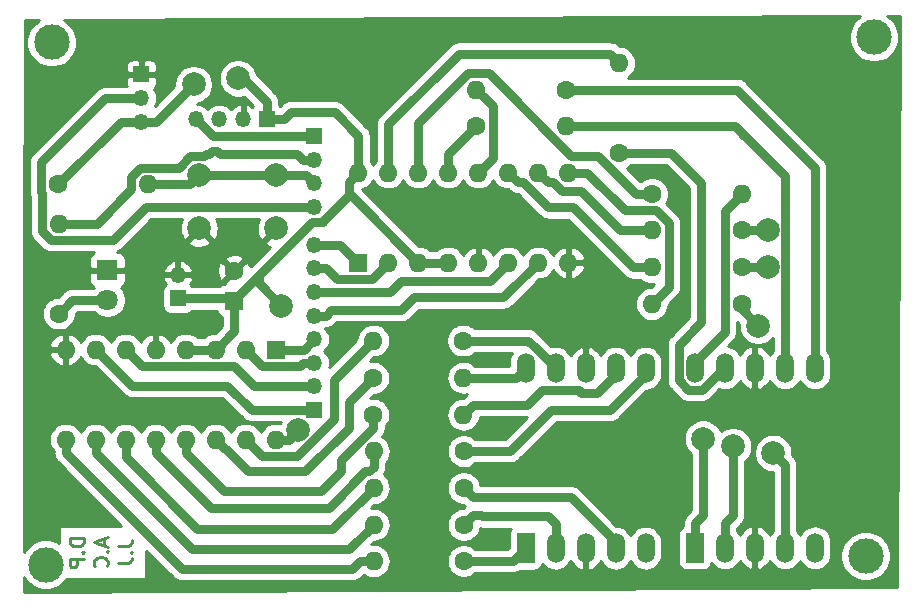
<source format=gbr>
G04 #@! TF.GenerationSoftware,KiCad,Pcbnew,(5.1.2)-1*
G04 #@! TF.CreationDate,2019-07-05T22:38:23-05:00*
G04 #@! TF.ProjectId,Proyecto,50726f79-6563-4746-9f2e-6b696361645f,rev?*
G04 #@! TF.SameCoordinates,Original*
G04 #@! TF.FileFunction,Copper,L2,Bot*
G04 #@! TF.FilePolarity,Positive*
%FSLAX46Y46*%
G04 Gerber Fmt 4.6, Leading zero omitted, Abs format (unit mm)*
G04 Created by KiCad (PCBNEW (5.1.2)-1) date 2019-07-05 22:38:23*
%MOMM*%
%LPD*%
G04 APERTURE LIST*
%ADD10C,0.250000*%
%ADD11O,1.350000X1.350000*%
%ADD12R,1.350000X1.350000*%
%ADD13O,1.524000X2.524000*%
%ADD14R,1.524000X2.524000*%
%ADD15R,1.600000X1.600000*%
%ADD16O,1.600000X1.600000*%
%ADD17C,1.600000*%
%ADD18C,2.000000*%
%ADD19R,1.800000X1.800000*%
%ADD20C,1.800000*%
%ADD21C,3.000000*%
%ADD22C,0.800000*%
%ADD23C,0.254000*%
G04 APERTURE END LIST*
D10*
X110862457Y-100958800D02*
X109662457Y-100958800D01*
X109662457Y-101244514D01*
X109719600Y-101415942D01*
X109833885Y-101530228D01*
X109948171Y-101587371D01*
X110176742Y-101644514D01*
X110348171Y-101644514D01*
X110576742Y-101587371D01*
X110691028Y-101530228D01*
X110805314Y-101415942D01*
X110862457Y-101244514D01*
X110862457Y-100958800D01*
X110748171Y-102158800D02*
X110805314Y-102215942D01*
X110862457Y-102158800D01*
X110805314Y-102101657D01*
X110748171Y-102158800D01*
X110862457Y-102158800D01*
X110862457Y-102730228D02*
X109662457Y-102730228D01*
X109662457Y-103187371D01*
X109719600Y-103301657D01*
X109776742Y-103358800D01*
X109891028Y-103415942D01*
X110062457Y-103415942D01*
X110176742Y-103358800D01*
X110233885Y-103301657D01*
X110291028Y-103187371D01*
X110291028Y-102730228D01*
X112569600Y-100987371D02*
X112569600Y-101558800D01*
X112912457Y-100873085D02*
X111712457Y-101273085D01*
X112912457Y-101673085D01*
X112798171Y-102073085D02*
X112855314Y-102130228D01*
X112912457Y-102073085D01*
X112855314Y-102015942D01*
X112798171Y-102073085D01*
X112912457Y-102073085D01*
X112798171Y-103330228D02*
X112855314Y-103273085D01*
X112912457Y-103101657D01*
X112912457Y-102987371D01*
X112855314Y-102815942D01*
X112741028Y-102701657D01*
X112626742Y-102644514D01*
X112398171Y-102587371D01*
X112226742Y-102587371D01*
X111998171Y-102644514D01*
X111883885Y-102701657D01*
X111769600Y-102815942D01*
X111712457Y-102987371D01*
X111712457Y-103101657D01*
X111769600Y-103273085D01*
X111826742Y-103330228D01*
X113762457Y-101587371D02*
X114619600Y-101587371D01*
X114791028Y-101530228D01*
X114905314Y-101415942D01*
X114962457Y-101244514D01*
X114962457Y-101130228D01*
X114848171Y-102158800D02*
X114905314Y-102215942D01*
X114962457Y-102158800D01*
X114905314Y-102101657D01*
X114848171Y-102158800D01*
X114962457Y-102158800D01*
X113762457Y-103073085D02*
X114619600Y-103073085D01*
X114791028Y-103015942D01*
X114905314Y-102901657D01*
X114962457Y-102730228D01*
X114962457Y-102615942D01*
D11*
X120352300Y-65468500D03*
X122352300Y-65468500D03*
X124352300Y-65468500D03*
D12*
X126352300Y-65468500D03*
D13*
X148285200Y-86563200D03*
X150825200Y-86563200D03*
X153365200Y-86563200D03*
X155905200Y-86563200D03*
X158445200Y-86563200D03*
X158445200Y-101803200D03*
X155905200Y-101803200D03*
X153365200Y-101803200D03*
X150825200Y-101803200D03*
D14*
X148285200Y-101803200D03*
X162610800Y-101777800D03*
D13*
X165150800Y-101777800D03*
X167690800Y-101777800D03*
X170230800Y-101777800D03*
X172770800Y-101777800D03*
X172770800Y-86537800D03*
X170230800Y-86537800D03*
X167690800Y-86537800D03*
X165150800Y-86537800D03*
X162610800Y-86537800D03*
D15*
X127127000Y-84988400D03*
D16*
X109347000Y-92608400D03*
X124587000Y-84988400D03*
X111887000Y-92608400D03*
X122047000Y-84988400D03*
X114427000Y-92608400D03*
X119507000Y-84988400D03*
X116967000Y-92608400D03*
X116967000Y-84988400D03*
X119507000Y-92608400D03*
X114427000Y-84988400D03*
X122047000Y-92608400D03*
X111887000Y-84988400D03*
X124587000Y-92608400D03*
X109347000Y-84988400D03*
X127127000Y-92608400D03*
D17*
X143027400Y-99822000D03*
D16*
X135407400Y-99822000D03*
D15*
X134112000Y-77622400D03*
D16*
X151892000Y-70002400D03*
X136652000Y-77622400D03*
X149352000Y-70002400D03*
X139192000Y-77622400D03*
X146812000Y-70002400D03*
X141732000Y-77622400D03*
X144272000Y-70002400D03*
X144272000Y-77622400D03*
X141732000Y-70002400D03*
X146812000Y-77622400D03*
X139192000Y-70002400D03*
X149352000Y-77622400D03*
X136652000Y-70002400D03*
X151892000Y-77622400D03*
X134112000Y-70002400D03*
D18*
X120652400Y-74731000D03*
X120652400Y-70231000D03*
X127152400Y-74731000D03*
X127152400Y-70231000D03*
D17*
X143027400Y-102895400D03*
D16*
X135407400Y-102895400D03*
D17*
X143027400Y-96697800D03*
D16*
X135407400Y-96697800D03*
D17*
X143027400Y-93599000D03*
D16*
X135407400Y-93599000D03*
D17*
X135382000Y-90500200D03*
D16*
X143002000Y-90500200D03*
D17*
X135382000Y-87376000D03*
D16*
X143002000Y-87376000D03*
D17*
X143002000Y-84226400D03*
D16*
X135382000Y-84226400D03*
D17*
X166573200Y-81127600D03*
D16*
X158953200Y-81127600D03*
D17*
X166598600Y-74904600D03*
D16*
X158978600Y-74904600D03*
D17*
X166598600Y-78028800D03*
D16*
X158978600Y-78028800D03*
D17*
X151714200Y-62992000D03*
D16*
X144094200Y-62992000D03*
D17*
X144094200Y-66090800D03*
D16*
X151714200Y-66090800D03*
D17*
X158978600Y-71805800D03*
D16*
X166598600Y-71805800D03*
D17*
X156210000Y-68351400D03*
D16*
X156210000Y-60731400D03*
D17*
X108737400Y-81940400D03*
D16*
X108737400Y-74320400D03*
D17*
X108686600Y-70993000D03*
D16*
X116306600Y-70993000D03*
D12*
X130403600Y-90111600D03*
D11*
X130403600Y-88111600D03*
X130403600Y-86111600D03*
X130403600Y-84111600D03*
X130403600Y-82111600D03*
X130403600Y-80111600D03*
X130403600Y-78111600D03*
X130403600Y-76111600D03*
D12*
X118846600Y-80663800D03*
D11*
X118846600Y-78663800D03*
D12*
X130403600Y-66929000D03*
D11*
X130403600Y-68929000D03*
X130403600Y-70929000D03*
X130403600Y-72929000D03*
D12*
X115747800Y-61696600D03*
D11*
X115747800Y-63696600D03*
X115747800Y-65696600D03*
D19*
X112877600Y-78257400D03*
D20*
X112877600Y-80797400D03*
D15*
X123596400Y-80848200D03*
D17*
X123596400Y-78348200D03*
D21*
X108153200Y-58966100D03*
X107645200Y-103200200D03*
X177063400Y-102463600D03*
X177774600Y-58547000D03*
D18*
X127609600Y-81280000D03*
X129032000Y-91808300D03*
X120167400Y-62547500D03*
X123913900Y-62026800D03*
X168783000Y-77965300D03*
X169240200Y-93751400D03*
X168783000Y-74853800D03*
X165836600Y-93192600D03*
X167944800Y-82969100D03*
X163296600Y-92532200D03*
D22*
X119507000Y-84988400D02*
X122047000Y-84988400D01*
X123596400Y-83439000D02*
X122047000Y-84988400D01*
X123596400Y-80848200D02*
X123596400Y-83439000D01*
X123412000Y-80663800D02*
X123596400Y-80848200D01*
X118846600Y-80663800D02*
X123412000Y-80663800D01*
X130189799Y-74204001D02*
X131154999Y-74204001D01*
X123596400Y-80848200D02*
X123596400Y-80797400D01*
X133312001Y-70802399D02*
X134112000Y-70002400D01*
X133312001Y-71907601D02*
X133312001Y-70802399D01*
X131154999Y-74064603D02*
X133312001Y-71907601D01*
X131154999Y-74204001D02*
X131154999Y-74064603D01*
X133477201Y-71907601D02*
X139192000Y-77622400D01*
X133312001Y-71907601D02*
X133477201Y-71907601D01*
X139192000Y-77622400D02*
X141732000Y-77622400D01*
X113983000Y-65696600D02*
X115747800Y-65696600D01*
X108686600Y-70993000D02*
X113983000Y-65696600D01*
X134112000Y-66878200D02*
X134112000Y-70002400D01*
X125691900Y-78701900D02*
X125691900Y-79362300D01*
X125691900Y-78701900D02*
X130189799Y-74204001D01*
X123596400Y-80797400D02*
X125691900Y-78701900D01*
X125691900Y-79362300D02*
X127609600Y-81280000D01*
X128258370Y-92608400D02*
X128930400Y-91936370D01*
X127127000Y-92608400D02*
X128258370Y-92608400D01*
X127609600Y-81280000D02*
X127609600Y-81280000D01*
X128930400Y-91936370D02*
X128930400Y-91936370D01*
X128430550Y-64865250D02*
X132099050Y-64865250D01*
X127827300Y-65468500D02*
X128430550Y-64865250D01*
X126352300Y-65468500D02*
X127827300Y-65468500D01*
X134112000Y-66878200D02*
X132099050Y-64865250D01*
X126352300Y-63993500D02*
X126352300Y-65468500D01*
X124385600Y-62026800D02*
X126352300Y-63993500D01*
X123913900Y-62026800D02*
X124385600Y-62026800D01*
X117018300Y-65696600D02*
X120167400Y-62547500D01*
X115747800Y-65696600D02*
X117018300Y-65696600D01*
X109880400Y-80797400D02*
X108737400Y-81940400D01*
X112877600Y-80797400D02*
X109880400Y-80797400D01*
X112706400Y-63696600D02*
X115747800Y-63696600D01*
X107286599Y-69116401D02*
X112706400Y-63696600D01*
X107286599Y-71665001D02*
X107286599Y-69116401D01*
X116170598Y-72929000D02*
X113379197Y-75720401D01*
X130403600Y-72929000D02*
X116170598Y-72929000D01*
X113379197Y-75720401D02*
X108065399Y-75720401D01*
X108065399Y-75720401D02*
X107337399Y-74992401D01*
X107337399Y-74992401D02*
X107337399Y-71715801D01*
X107337399Y-71715801D02*
X107286599Y-71665001D01*
X119890400Y-70993000D02*
X120652400Y-70231000D01*
X116306600Y-70993000D02*
X119890400Y-70993000D01*
X120652400Y-70231000D02*
X127152400Y-70231000D01*
X129705600Y-70231000D02*
X130403600Y-70929000D01*
X127152400Y-70231000D02*
X129705600Y-70231000D01*
X129449006Y-68929000D02*
X130403600Y-68929000D01*
X128947606Y-68427600D02*
X129449006Y-68929000D01*
X122173198Y-68173600D02*
X122427198Y-68427600D01*
X121767600Y-68173600D02*
X122173198Y-68173600D01*
X121513600Y-68427600D02*
X121767600Y-68173600D01*
X121259600Y-68427600D02*
X121513600Y-68427600D01*
X122427198Y-68427600D02*
X128947606Y-68427600D01*
X121056201Y-68630999D02*
X121259600Y-68427600D01*
X119884399Y-68630999D02*
X121056201Y-68630999D01*
X118922399Y-69592999D02*
X119884399Y-68630999D01*
X115634599Y-69592999D02*
X114884200Y-70343398D01*
X118922399Y-69592999D02*
X115634599Y-69592999D01*
X114884200Y-70343398D02*
X114884200Y-71399400D01*
X111963200Y-74320400D02*
X108737400Y-74320400D01*
X114884200Y-71399400D02*
X111963200Y-74320400D01*
X121812800Y-66929000D02*
X120352300Y-65468500D01*
X130403600Y-66929000D02*
X121812800Y-66929000D01*
X132601200Y-76111600D02*
X134112000Y-77622400D01*
X130403600Y-76111600D02*
X132601200Y-76111600D01*
X135852001Y-78422399D02*
X136652000Y-77622400D01*
X135251999Y-79022401D02*
X135852001Y-78422399D01*
X132268995Y-79022401D02*
X135251999Y-79022401D01*
X131358194Y-78111600D02*
X132268995Y-79022401D01*
X130403600Y-78111600D02*
X131358194Y-78111600D01*
X130403600Y-80111600D02*
X131358194Y-80111600D01*
X146812000Y-77622400D02*
X145288000Y-79146400D01*
X145288000Y-79146400D02*
X137769600Y-79146400D01*
X136804400Y-80111600D02*
X130403600Y-80111600D01*
X137769600Y-79146400D02*
X136804400Y-80111600D01*
X146405600Y-80568800D02*
X149352000Y-77622400D01*
X138861800Y-80568800D02*
X146405600Y-80568800D01*
X137769600Y-81661000D02*
X138861800Y-80568800D01*
X131808794Y-81661000D02*
X137769600Y-81661000D01*
X130403600Y-82111600D02*
X131358194Y-82111600D01*
X131358194Y-82111600D02*
X131808794Y-81661000D01*
X129526800Y-84988400D02*
X130403600Y-84111600D01*
X127127000Y-84988400D02*
X129526800Y-84988400D01*
X125386999Y-85788399D02*
X124587000Y-84988400D01*
X125987001Y-86388401D02*
X125386999Y-85788399D01*
X129172205Y-86388401D02*
X125987001Y-86388401D01*
X129449006Y-86111600D02*
X129172205Y-86388401D01*
X130403600Y-86111600D02*
X129449006Y-86111600D01*
X115827001Y-86388401D02*
X123574001Y-86388401D01*
X114427000Y-84988400D02*
X115827001Y-86388401D01*
X125297200Y-88111600D02*
X130403600Y-88111600D01*
X123574001Y-86388401D02*
X125297200Y-88111600D01*
X111887000Y-84988400D02*
X114935000Y-88036400D01*
X114935000Y-88036400D02*
X123012200Y-88036400D01*
X123012200Y-88036400D02*
X125087400Y-90111600D01*
X125087400Y-90111600D02*
X130403600Y-90111600D01*
X155410001Y-59931401D02*
X156210000Y-60731400D01*
X142608199Y-59931401D02*
X155410001Y-59931401D01*
X136652000Y-65887600D02*
X142608199Y-59931401D01*
X136652000Y-70002400D02*
X136652000Y-65887600D01*
X148488400Y-84226400D02*
X149161500Y-84899500D01*
X143002000Y-84226400D02*
X148488400Y-84226400D01*
X149161500Y-84899500D02*
X150825200Y-86563200D01*
X147472400Y-87376000D02*
X148285200Y-86563200D01*
X143002000Y-87376000D02*
X147472400Y-87376000D01*
X157847230Y-71805800D02*
X158978600Y-71805800D01*
X157592398Y-71805800D02*
X157847230Y-71805800D01*
X152153797Y-68602399D02*
X154388997Y-68602399D01*
X145143397Y-61591999D02*
X152153797Y-68602399D01*
X143422199Y-61591999D02*
X145143397Y-61591999D01*
X154388997Y-68602399D02*
X157592398Y-71805800D01*
X139192000Y-65822198D02*
X143422199Y-61591999D01*
X139192000Y-70002400D02*
X139192000Y-65822198D01*
X149648990Y-88425210D02*
X152801037Y-88425210D01*
X154343200Y-88625200D02*
X155905200Y-87063200D01*
X153001027Y-88625200D02*
X154343200Y-88625200D01*
X152801037Y-88425210D02*
X153001027Y-88625200D01*
X148373999Y-89700201D02*
X148844000Y-89230200D01*
X143801999Y-89700201D02*
X148373999Y-89700201D01*
X143002000Y-90500200D02*
X143801999Y-89700201D01*
X148844000Y-89230200D02*
X149648990Y-88425210D01*
X143865600Y-66319400D02*
X144094200Y-66090800D01*
X141732000Y-68453000D02*
X144094200Y-66090800D01*
X141732000Y-70002400D02*
X141732000Y-68453000D01*
X144894199Y-63791999D02*
X144094200Y-62992000D01*
X145494201Y-64392001D02*
X144894199Y-63791999D01*
X145494201Y-68780199D02*
X145494201Y-64392001D01*
X144272000Y-70002400D02*
X145494201Y-68780199D01*
X155414600Y-90093800D02*
X158445200Y-87063200D01*
X150469600Y-90093800D02*
X155414600Y-90093800D01*
X146964400Y-93599000D02*
X148983700Y-91579700D01*
X143027400Y-93599000D02*
X146964400Y-93599000D01*
X148983700Y-91579700D02*
X150469600Y-90093800D01*
X147611999Y-70802399D02*
X148069199Y-70802399D01*
X146812000Y-70002400D02*
X147611999Y-70802399D01*
X148069199Y-70802399D02*
X150215600Y-72948800D01*
X150215600Y-72948800D02*
X152273000Y-72948800D01*
X157353000Y-78028800D02*
X158978600Y-78028800D01*
X152273000Y-72948800D02*
X157353000Y-78028800D01*
X152099799Y-97497799D02*
X152611900Y-98009900D01*
X143827399Y-97497799D02*
X152099799Y-97497799D01*
X143027400Y-96697800D02*
X143827399Y-97497799D01*
X152611900Y-98009900D02*
X155905200Y-101303200D01*
X150619997Y-70802399D02*
X151369398Y-71551800D01*
X149352000Y-70002400D02*
X150151999Y-70802399D01*
X150151999Y-70802399D02*
X150619997Y-70802399D01*
X151369398Y-71551800D02*
X152933400Y-71551800D01*
X156286200Y-74904600D02*
X158978600Y-74904600D01*
X152933400Y-71551800D02*
X156286200Y-74904600D01*
X150825200Y-101803200D02*
X150825200Y-99741200D01*
X150194800Y-99110800D02*
X150825200Y-99741200D01*
X144627600Y-99110800D02*
X150194800Y-99110800D01*
X144538801Y-99022001D02*
X144627600Y-99110800D01*
X143827399Y-99022001D02*
X144538801Y-99022001D01*
X143027400Y-99822000D02*
X143827399Y-99022001D01*
X160378601Y-74257999D02*
X159326403Y-73205801D01*
X158953200Y-81127600D02*
X160378601Y-79702199D01*
X160378601Y-79702199D02*
X160378601Y-74257999D01*
X151892000Y-70002400D02*
X153492200Y-70002400D01*
X156695601Y-73205801D02*
X159326403Y-73205801D01*
X153492200Y-70002400D02*
X156695601Y-73205801D01*
X147193000Y-102895400D02*
X148285200Y-101803200D01*
X143027400Y-102895400D02*
X147193000Y-102895400D01*
X132054600Y-87553800D02*
X135382000Y-84226400D01*
X132054600Y-90890602D02*
X132054600Y-87553800D01*
X128936801Y-94008401D02*
X132054600Y-90890602D01*
X124587000Y-92608400D02*
X125987001Y-94008401D01*
X125987001Y-94008401D02*
X128936801Y-94008401D01*
X133299200Y-89458800D02*
X135382000Y-87376000D01*
X122846999Y-93408399D02*
X122923199Y-93408399D01*
X122047000Y-92608400D02*
X122846999Y-93408399D01*
X122923199Y-93408399D02*
X124815600Y-95300800D01*
X133299200Y-91617800D02*
X133299200Y-89458800D01*
X129616200Y-95300800D02*
X133299200Y-91617800D01*
X127381000Y-95300800D02*
X129616200Y-95300800D01*
X124815600Y-95300800D02*
X127381000Y-95300800D01*
X119507000Y-93739770D02*
X122744430Y-96977200D01*
X119507000Y-92608400D02*
X119507000Y-93739770D01*
X122744430Y-96977200D02*
X130987800Y-96977200D01*
X130987800Y-96977200D02*
X130987800Y-96951800D01*
X135382000Y-91631570D02*
X135382000Y-90500200D01*
X135382000Y-91635026D02*
X135382000Y-91631570D01*
X132641801Y-94375225D02*
X135382000Y-91635026D01*
X132641801Y-95297799D02*
X132641801Y-94375225D01*
X130987800Y-96951800D02*
X132641801Y-95297799D01*
X135407400Y-93599000D02*
X135407400Y-93395800D01*
X135407400Y-93599000D02*
X135407400Y-94945200D01*
X135054801Y-95297799D02*
X134699201Y-95297799D01*
X135407400Y-94945200D02*
X135054801Y-95297799D01*
X134699201Y-95297799D02*
X131622800Y-98374200D01*
X116967000Y-93739770D02*
X116967000Y-92608400D01*
X121601430Y-98374200D02*
X116967000Y-93739770D01*
X131622800Y-98374200D02*
X121601430Y-98374200D01*
X114427000Y-92608400D02*
X114427000Y-94107000D01*
X114427000Y-94107000D02*
X120497600Y-100177600D01*
X131927600Y-100177600D02*
X135407400Y-96697800D01*
X120497600Y-100177600D02*
X131927600Y-100177600D01*
X111887000Y-93739770D02*
X120026630Y-101879400D01*
X111887000Y-92608400D02*
X111887000Y-93739770D01*
X133350000Y-101879400D02*
X135407400Y-99822000D01*
X120026630Y-101879400D02*
X133350000Y-101879400D01*
X109347000Y-93739770D02*
X119163030Y-103555800D01*
X109347000Y-92608400D02*
X109347000Y-93739770D01*
X133615630Y-103555800D02*
X119163030Y-103555800D01*
X134276030Y-102895400D02*
X133615630Y-103555800D01*
X135407400Y-102895400D02*
X134276030Y-102895400D01*
X161248790Y-87601963D02*
X161248790Y-84572410D01*
X162046637Y-88399810D02*
X161248790Y-87601963D01*
X163174963Y-88399810D02*
X162046637Y-88399810D01*
X165150800Y-86537800D02*
X165036973Y-86537800D01*
X165036973Y-86537800D02*
X163174963Y-88399810D01*
X161248790Y-84572410D02*
X163144200Y-82677000D01*
X163144200Y-82677000D02*
X163144200Y-70866000D01*
X160629600Y-68351400D02*
X156210000Y-68351400D01*
X163144200Y-70866000D02*
X160629600Y-68351400D01*
X162610800Y-86037800D02*
X162610800Y-86537800D01*
X165173199Y-83475401D02*
X162610800Y-86037800D01*
X165173199Y-73231201D02*
X165173199Y-83475401D01*
X166598600Y-71805800D02*
X165173199Y-73231201D01*
X170230800Y-70307200D02*
X170230800Y-86537800D01*
X166014400Y-66090800D02*
X167093900Y-67170300D01*
X151714200Y-66090800D02*
X166014400Y-66090800D01*
X166624000Y-66700400D02*
X167093900Y-67170300D01*
X167093900Y-67170300D02*
X170230800Y-70307200D01*
X172770800Y-69596000D02*
X172770800Y-86537800D01*
X151714200Y-62992000D02*
X166166800Y-62992000D01*
X166166800Y-62992000D02*
X172770800Y-69596000D01*
X167729970Y-78028800D02*
X167780770Y-77978000D01*
X166598600Y-78028800D02*
X167729970Y-78028800D01*
X167780770Y-77978000D02*
X168452800Y-77978000D01*
X168452800Y-77978000D02*
X168452800Y-77978000D01*
X170230800Y-101777800D02*
X170230800Y-94742000D01*
X170230800Y-94742000D02*
X169240200Y-93751400D01*
X169240200Y-93751400D02*
X169240200Y-93751400D01*
X167729970Y-74904600D02*
X167755370Y-74879200D01*
X166598600Y-74904600D02*
X167729970Y-74904600D01*
X167755370Y-74879200D02*
X168529000Y-74879200D01*
X168529000Y-74879200D02*
X168529000Y-74879200D01*
X165150800Y-99715800D02*
X165836600Y-99030000D01*
X165150800Y-101777800D02*
X165150800Y-99715800D01*
X165836600Y-99030000D02*
X165836600Y-93192600D01*
X165836600Y-93192600D02*
X165836600Y-93192600D01*
X162610800Y-99715800D02*
X163296600Y-99030000D01*
X162610800Y-101777800D02*
X162610800Y-99715800D01*
X163296600Y-99030000D02*
X163296600Y-92532200D01*
X163296600Y-92532200D02*
X163296600Y-92532200D01*
X166573200Y-81597500D02*
X167944800Y-82969100D01*
X166573200Y-81127600D02*
X166573200Y-81597500D01*
D23*
G36*
X179719180Y-105090052D02*
G01*
X105767515Y-105517212D01*
X105771479Y-104238876D01*
X105986837Y-104561183D01*
X106284217Y-104858563D01*
X106633898Y-105092212D01*
X107022444Y-105253153D01*
X107434921Y-105335200D01*
X107855479Y-105335200D01*
X108267956Y-105253153D01*
X108656502Y-105092212D01*
X109006183Y-104858563D01*
X109303563Y-104561183D01*
X109408246Y-104404514D01*
X116178100Y-104404514D01*
X116178100Y-102034581D01*
X118395227Y-104251708D01*
X118427634Y-104291196D01*
X118467122Y-104323603D01*
X118585232Y-104420534D01*
X118681339Y-104471904D01*
X118765037Y-104516641D01*
X118960135Y-104575824D01*
X119112192Y-104590800D01*
X119112195Y-104590800D01*
X119163030Y-104595807D01*
X119213865Y-104590800D01*
X133564802Y-104590800D01*
X133615630Y-104595806D01*
X133666458Y-104590800D01*
X133666468Y-104590800D01*
X133818525Y-104575824D01*
X134013623Y-104516641D01*
X134193427Y-104420534D01*
X134351026Y-104291196D01*
X134383437Y-104251703D01*
X134570328Y-104064812D01*
X134606299Y-104094332D01*
X134855592Y-104227582D01*
X135126091Y-104309636D01*
X135336908Y-104330400D01*
X135477892Y-104330400D01*
X135688709Y-104309636D01*
X135959208Y-104227582D01*
X136208501Y-104094332D01*
X136427008Y-103915008D01*
X136606332Y-103696501D01*
X136739582Y-103447208D01*
X136821636Y-103176709D01*
X136849343Y-102895400D01*
X136821636Y-102614091D01*
X136739582Y-102343592D01*
X136606332Y-102094299D01*
X136427008Y-101875792D01*
X136208501Y-101696468D01*
X135959208Y-101563218D01*
X135688709Y-101481164D01*
X135477892Y-101460400D01*
X135336908Y-101460400D01*
X135221327Y-101471784D01*
X135436111Y-101257000D01*
X135477892Y-101257000D01*
X135688709Y-101236236D01*
X135959208Y-101154182D01*
X136208501Y-101020932D01*
X136427008Y-100841608D01*
X136606332Y-100623101D01*
X136739582Y-100373808D01*
X136821636Y-100103309D01*
X136849343Y-99822000D01*
X136821636Y-99540691D01*
X136739582Y-99270192D01*
X136606332Y-99020899D01*
X136427008Y-98802392D01*
X136208501Y-98623068D01*
X135959208Y-98489818D01*
X135688709Y-98407764D01*
X135477892Y-98387000D01*
X135336908Y-98387000D01*
X135164977Y-98403934D01*
X135436111Y-98132800D01*
X135477892Y-98132800D01*
X135688709Y-98112036D01*
X135959208Y-98029982D01*
X136208501Y-97896732D01*
X136427008Y-97717408D01*
X136606332Y-97498901D01*
X136739582Y-97249608D01*
X136821636Y-96979109D01*
X136849343Y-96697800D01*
X136835423Y-96556465D01*
X141592400Y-96556465D01*
X141592400Y-96839135D01*
X141647547Y-97116374D01*
X141755720Y-97377527D01*
X141912763Y-97612559D01*
X142112641Y-97812437D01*
X142347673Y-97969480D01*
X142608826Y-98077653D01*
X142886065Y-98132800D01*
X142998689Y-98132800D01*
X143059595Y-98193706D01*
X143092003Y-98233195D01*
X143124543Y-98259900D01*
X143092003Y-98286605D01*
X143059596Y-98326093D01*
X142998689Y-98387000D01*
X142886065Y-98387000D01*
X142608826Y-98442147D01*
X142347673Y-98550320D01*
X142112641Y-98707363D01*
X141912763Y-98907241D01*
X141755720Y-99142273D01*
X141647547Y-99403426D01*
X141592400Y-99680665D01*
X141592400Y-99963335D01*
X141647547Y-100240574D01*
X141755720Y-100501727D01*
X141912763Y-100736759D01*
X142112641Y-100936637D01*
X142347673Y-101093680D01*
X142608826Y-101201853D01*
X142886065Y-101257000D01*
X143168735Y-101257000D01*
X143445974Y-101201853D01*
X143707127Y-101093680D01*
X143942159Y-100936637D01*
X144142037Y-100736759D01*
X144299080Y-100501727D01*
X144407253Y-100240574D01*
X144429000Y-100131247D01*
X144576762Y-100145800D01*
X144576765Y-100145800D01*
X144627600Y-100150807D01*
X144678435Y-100145800D01*
X147026234Y-100145800D01*
X146992663Y-100186706D01*
X146933698Y-100297020D01*
X146897388Y-100416718D01*
X146885128Y-100541200D01*
X146885128Y-101739562D01*
X146764290Y-101860400D01*
X144021796Y-101860400D01*
X143942159Y-101780763D01*
X143707127Y-101623720D01*
X143445974Y-101515547D01*
X143168735Y-101460400D01*
X142886065Y-101460400D01*
X142608826Y-101515547D01*
X142347673Y-101623720D01*
X142112641Y-101780763D01*
X141912763Y-101980641D01*
X141755720Y-102215673D01*
X141647547Y-102476826D01*
X141592400Y-102754065D01*
X141592400Y-103036735D01*
X141647547Y-103313974D01*
X141755720Y-103575127D01*
X141912763Y-103810159D01*
X142112641Y-104010037D01*
X142347673Y-104167080D01*
X142608826Y-104275253D01*
X142886065Y-104330400D01*
X143168735Y-104330400D01*
X143445974Y-104275253D01*
X143707127Y-104167080D01*
X143942159Y-104010037D01*
X144021796Y-103930400D01*
X147142172Y-103930400D01*
X147193000Y-103935406D01*
X147243828Y-103930400D01*
X147243838Y-103930400D01*
X147395895Y-103915424D01*
X147590993Y-103856241D01*
X147770797Y-103760134D01*
X147840084Y-103703272D01*
X149047200Y-103703272D01*
X149171682Y-103691012D01*
X149291380Y-103654702D01*
X149401694Y-103595737D01*
X149498385Y-103516385D01*
X149577737Y-103419694D01*
X149636702Y-103309380D01*
X149673012Y-103189682D01*
X149680779Y-103110822D01*
X149832593Y-103295808D01*
X150045314Y-103470383D01*
X150288006Y-103600104D01*
X150551341Y-103679986D01*
X150825200Y-103706959D01*
X151099060Y-103679986D01*
X151362395Y-103600104D01*
X151605087Y-103470383D01*
X151817808Y-103295808D01*
X151992383Y-103083087D01*
X152096238Y-102888787D01*
X152123141Y-102955142D01*
X152274194Y-103184929D01*
X152467174Y-103380832D01*
X152694665Y-103535322D01*
X152947924Y-103642462D01*
X153022130Y-103657420D01*
X153238200Y-103534920D01*
X153238200Y-101930200D01*
X153218200Y-101930200D01*
X153218200Y-101676200D01*
X153238200Y-101676200D01*
X153238200Y-101656200D01*
X153492200Y-101656200D01*
X153492200Y-101676200D01*
X153512200Y-101676200D01*
X153512200Y-101930200D01*
X153492200Y-101930200D01*
X153492200Y-103534920D01*
X153708270Y-103657420D01*
X153782476Y-103642462D01*
X154035735Y-103535322D01*
X154263226Y-103380832D01*
X154456206Y-103184929D01*
X154607259Y-102955142D01*
X154634162Y-102888787D01*
X154738017Y-103083087D01*
X154912593Y-103295808D01*
X155125314Y-103470383D01*
X155368006Y-103600104D01*
X155631341Y-103679986D01*
X155905200Y-103706959D01*
X156179060Y-103679986D01*
X156442395Y-103600104D01*
X156685087Y-103470383D01*
X156897808Y-103295808D01*
X157072383Y-103083087D01*
X157175200Y-102890729D01*
X157278017Y-103083087D01*
X157452593Y-103295808D01*
X157665314Y-103470383D01*
X157908006Y-103600104D01*
X158171341Y-103679986D01*
X158445200Y-103706959D01*
X158719060Y-103679986D01*
X158982395Y-103600104D01*
X159225087Y-103470383D01*
X159437808Y-103295808D01*
X159612383Y-103083087D01*
X159742104Y-102840395D01*
X159821986Y-102577060D01*
X159842200Y-102371825D01*
X159842200Y-101234575D01*
X159821986Y-101029340D01*
X159742104Y-100766005D01*
X159612383Y-100523313D01*
X159606218Y-100515800D01*
X161210728Y-100515800D01*
X161210728Y-103039800D01*
X161222988Y-103164282D01*
X161259298Y-103283980D01*
X161318263Y-103394294D01*
X161397615Y-103490985D01*
X161494306Y-103570337D01*
X161604620Y-103629302D01*
X161724318Y-103665612D01*
X161848800Y-103677872D01*
X163372800Y-103677872D01*
X163497282Y-103665612D01*
X163616980Y-103629302D01*
X163727294Y-103570337D01*
X163823985Y-103490985D01*
X163903337Y-103394294D01*
X163962302Y-103283980D01*
X163998612Y-103164282D01*
X164006379Y-103085422D01*
X164158193Y-103270408D01*
X164370914Y-103444983D01*
X164613606Y-103574704D01*
X164876941Y-103654586D01*
X165150800Y-103681559D01*
X165424660Y-103654586D01*
X165687995Y-103574704D01*
X165930687Y-103444983D01*
X166143408Y-103270408D01*
X166317983Y-103057687D01*
X166421838Y-102863387D01*
X166448741Y-102929742D01*
X166599794Y-103159529D01*
X166792774Y-103355432D01*
X167020265Y-103509922D01*
X167273524Y-103617062D01*
X167347730Y-103632020D01*
X167563800Y-103509520D01*
X167563800Y-101904800D01*
X167543800Y-101904800D01*
X167543800Y-101650800D01*
X167563800Y-101650800D01*
X167563800Y-100046080D01*
X167347730Y-99923580D01*
X167273524Y-99938538D01*
X167020265Y-100045678D01*
X166792774Y-100200168D01*
X166599794Y-100396071D01*
X166448741Y-100625858D01*
X166421838Y-100692213D01*
X166317983Y-100497913D01*
X166185800Y-100336848D01*
X166185800Y-100144510D01*
X166532503Y-99797807D01*
X166571996Y-99765396D01*
X166692054Y-99619105D01*
X166701334Y-99607798D01*
X166797440Y-99427994D01*
X166797441Y-99427993D01*
X166856624Y-99232895D01*
X166871600Y-99080838D01*
X166871600Y-99080835D01*
X166876607Y-99030000D01*
X166871600Y-98979165D01*
X166871600Y-94467433D01*
X166878852Y-94462587D01*
X167106587Y-94234852D01*
X167285518Y-93967063D01*
X167408768Y-93669512D01*
X167424510Y-93590367D01*
X167605200Y-93590367D01*
X167605200Y-93912433D01*
X167668032Y-94228312D01*
X167791282Y-94525863D01*
X167970213Y-94793652D01*
X168197948Y-95021387D01*
X168465737Y-95200318D01*
X168763288Y-95323568D01*
X169079167Y-95386400D01*
X169195801Y-95386400D01*
X169195800Y-100336848D01*
X169063617Y-100497914D01*
X168959762Y-100692214D01*
X168932859Y-100625858D01*
X168781806Y-100396071D01*
X168588826Y-100200168D01*
X168361335Y-100045678D01*
X168108076Y-99938538D01*
X168033870Y-99923580D01*
X167817800Y-100046080D01*
X167817800Y-101650800D01*
X167837800Y-101650800D01*
X167837800Y-101904800D01*
X167817800Y-101904800D01*
X167817800Y-103509520D01*
X168033870Y-103632020D01*
X168108076Y-103617062D01*
X168361335Y-103509922D01*
X168588826Y-103355432D01*
X168781806Y-103159529D01*
X168932859Y-102929742D01*
X168959762Y-102863387D01*
X169063617Y-103057687D01*
X169238193Y-103270408D01*
X169450914Y-103444983D01*
X169693606Y-103574704D01*
X169956941Y-103654586D01*
X170230800Y-103681559D01*
X170504660Y-103654586D01*
X170767995Y-103574704D01*
X171010687Y-103444983D01*
X171223408Y-103270408D01*
X171397983Y-103057687D01*
X171500800Y-102865329D01*
X171603617Y-103057687D01*
X171778193Y-103270408D01*
X171990914Y-103444983D01*
X172233606Y-103574704D01*
X172496941Y-103654586D01*
X172770800Y-103681559D01*
X173044660Y-103654586D01*
X173307995Y-103574704D01*
X173550687Y-103444983D01*
X173763408Y-103270408D01*
X173937983Y-103057687D01*
X174067704Y-102814995D01*
X174147586Y-102551660D01*
X174167800Y-102346425D01*
X174167800Y-102253321D01*
X174928400Y-102253321D01*
X174928400Y-102673879D01*
X175010447Y-103086356D01*
X175171388Y-103474902D01*
X175405037Y-103824583D01*
X175702417Y-104121963D01*
X176052098Y-104355612D01*
X176440644Y-104516553D01*
X176853121Y-104598600D01*
X177273679Y-104598600D01*
X177686156Y-104516553D01*
X178074702Y-104355612D01*
X178424383Y-104121963D01*
X178721763Y-103824583D01*
X178955412Y-103474902D01*
X179116353Y-103086356D01*
X179198400Y-102673879D01*
X179198400Y-102253321D01*
X179116353Y-101840844D01*
X178955412Y-101452298D01*
X178721763Y-101102617D01*
X178424383Y-100805237D01*
X178074702Y-100571588D01*
X177686156Y-100410647D01*
X177273679Y-100328600D01*
X176853121Y-100328600D01*
X176440644Y-100410647D01*
X176052098Y-100571588D01*
X175702417Y-100805237D01*
X175405037Y-101102617D01*
X175171388Y-101452298D01*
X175010447Y-101840844D01*
X174928400Y-102253321D01*
X174167800Y-102253321D01*
X174167800Y-101209175D01*
X174147586Y-101003940D01*
X174067704Y-100740605D01*
X173937983Y-100497913D01*
X173763407Y-100285192D01*
X173550686Y-100110617D01*
X173307994Y-99980896D01*
X173044659Y-99901014D01*
X172770800Y-99874041D01*
X172496940Y-99901014D01*
X172233605Y-99980896D01*
X171990913Y-100110617D01*
X171778192Y-100285193D01*
X171603617Y-100497914D01*
X171500800Y-100690271D01*
X171397983Y-100497913D01*
X171265800Y-100336848D01*
X171265800Y-94792835D01*
X171270807Y-94742000D01*
X171265173Y-94684797D01*
X171250824Y-94539105D01*
X171191641Y-94344007D01*
X171129420Y-94227600D01*
X171095534Y-94164202D01*
X170998603Y-94046092D01*
X170966196Y-94006604D01*
X170926708Y-93974197D01*
X170873498Y-93920988D01*
X170875200Y-93912433D01*
X170875200Y-93590367D01*
X170812368Y-93274488D01*
X170689118Y-92976937D01*
X170510187Y-92709148D01*
X170282452Y-92481413D01*
X170014663Y-92302482D01*
X169717112Y-92179232D01*
X169401233Y-92116400D01*
X169079167Y-92116400D01*
X168763288Y-92179232D01*
X168465737Y-92302482D01*
X168197948Y-92481413D01*
X167970213Y-92709148D01*
X167791282Y-92976937D01*
X167668032Y-93274488D01*
X167605200Y-93590367D01*
X167424510Y-93590367D01*
X167471600Y-93353633D01*
X167471600Y-93031567D01*
X167408768Y-92715688D01*
X167285518Y-92418137D01*
X167106587Y-92150348D01*
X166878852Y-91922613D01*
X166611063Y-91743682D01*
X166313512Y-91620432D01*
X165997633Y-91557600D01*
X165675567Y-91557600D01*
X165359688Y-91620432D01*
X165062137Y-91743682D01*
X164809593Y-91912427D01*
X164745518Y-91757737D01*
X164566587Y-91489948D01*
X164338852Y-91262213D01*
X164071063Y-91083282D01*
X163773512Y-90960032D01*
X163457633Y-90897200D01*
X163135567Y-90897200D01*
X162819688Y-90960032D01*
X162522137Y-91083282D01*
X162254348Y-91262213D01*
X162026613Y-91489948D01*
X161847682Y-91757737D01*
X161724432Y-92055288D01*
X161661600Y-92371167D01*
X161661600Y-92693233D01*
X161724432Y-93009112D01*
X161847682Y-93306663D01*
X162026613Y-93574452D01*
X162254348Y-93802187D01*
X162261601Y-93807033D01*
X162261600Y-98601290D01*
X161914893Y-98947997D01*
X161875405Y-98980404D01*
X161842998Y-99019892D01*
X161842997Y-99019893D01*
X161746066Y-99138003D01*
X161649960Y-99317807D01*
X161590777Y-99512905D01*
X161570794Y-99715800D01*
X161575801Y-99766637D01*
X161575801Y-99941702D01*
X161494306Y-99985263D01*
X161397615Y-100064615D01*
X161318263Y-100161306D01*
X161259298Y-100271620D01*
X161222988Y-100391318D01*
X161210728Y-100515800D01*
X159606218Y-100515800D01*
X159437807Y-100310592D01*
X159225086Y-100136017D01*
X158982394Y-100006296D01*
X158719059Y-99926414D01*
X158445200Y-99899441D01*
X158171340Y-99926414D01*
X157908005Y-100006296D01*
X157665313Y-100136017D01*
X157452592Y-100310593D01*
X157278017Y-100523314D01*
X157175200Y-100715671D01*
X157072383Y-100523313D01*
X156897807Y-100310592D01*
X156685086Y-100136017D01*
X156442394Y-100006296D01*
X156179059Y-99926414D01*
X155971702Y-99905991D01*
X153307807Y-97242097D01*
X152867606Y-96801896D01*
X152835195Y-96762403D01*
X152677596Y-96633065D01*
X152497792Y-96536958D01*
X152302694Y-96477775D01*
X152150637Y-96462799D01*
X152150627Y-96462799D01*
X152099799Y-96457793D01*
X152048971Y-96462799D01*
X144443768Y-96462799D01*
X144407253Y-96279226D01*
X144299080Y-96018073D01*
X144142037Y-95783041D01*
X143942159Y-95583163D01*
X143707127Y-95426120D01*
X143445974Y-95317947D01*
X143168735Y-95262800D01*
X142886065Y-95262800D01*
X142608826Y-95317947D01*
X142347673Y-95426120D01*
X142112641Y-95583163D01*
X141912763Y-95783041D01*
X141755720Y-96018073D01*
X141647547Y-96279226D01*
X141592400Y-96556465D01*
X136835423Y-96556465D01*
X136821636Y-96416491D01*
X136739582Y-96145992D01*
X136606332Y-95896699D01*
X136427008Y-95678192D01*
X136258357Y-95539784D01*
X136272134Y-95522997D01*
X136368241Y-95343193D01*
X136427424Y-95148095D01*
X136442400Y-94996038D01*
X136442400Y-94996029D01*
X136447406Y-94945201D01*
X136442400Y-94894373D01*
X136442400Y-94599853D01*
X136606332Y-94400101D01*
X136739582Y-94150808D01*
X136821636Y-93880309D01*
X136849343Y-93599000D01*
X136821636Y-93317691D01*
X136739582Y-93047192D01*
X136606332Y-92797899D01*
X136427008Y-92579392D01*
X136208501Y-92400068D01*
X136128263Y-92357180D01*
X136231194Y-92231759D01*
X136246734Y-92212824D01*
X136342841Y-92033020D01*
X136373907Y-91930609D01*
X136402024Y-91837921D01*
X136417000Y-91685864D01*
X136417000Y-91685861D01*
X136422007Y-91635026D01*
X136417000Y-91584191D01*
X136417000Y-91494596D01*
X136496637Y-91414959D01*
X136653680Y-91179927D01*
X136761853Y-90918774D01*
X136817000Y-90641535D01*
X136817000Y-90358865D01*
X136761853Y-90081626D01*
X136653680Y-89820473D01*
X136496637Y-89585441D01*
X136296759Y-89385563D01*
X136061727Y-89228520D01*
X135800574Y-89120347D01*
X135523335Y-89065200D01*
X135240665Y-89065200D01*
X135135614Y-89086096D01*
X135410711Y-88811000D01*
X135523335Y-88811000D01*
X135800574Y-88755853D01*
X136061727Y-88647680D01*
X136296759Y-88490637D01*
X136496637Y-88290759D01*
X136653680Y-88055727D01*
X136761853Y-87794574D01*
X136817000Y-87517335D01*
X136817000Y-87376000D01*
X141560057Y-87376000D01*
X141587764Y-87657309D01*
X141669818Y-87927808D01*
X141803068Y-88177101D01*
X141982392Y-88395608D01*
X142200899Y-88574932D01*
X142450192Y-88708182D01*
X142720691Y-88790236D01*
X142931508Y-88811000D01*
X143072492Y-88811000D01*
X143283309Y-88790236D01*
X143342304Y-88772340D01*
X143320308Y-88784097D01*
X143224201Y-88835467D01*
X143168716Y-88881003D01*
X143066603Y-88964805D01*
X143034196Y-89004293D01*
X142973289Y-89065200D01*
X142931508Y-89065200D01*
X142720691Y-89085964D01*
X142450192Y-89168018D01*
X142200899Y-89301268D01*
X141982392Y-89480592D01*
X141803068Y-89699099D01*
X141669818Y-89948392D01*
X141587764Y-90218891D01*
X141560057Y-90500200D01*
X141587764Y-90781509D01*
X141669818Y-91052008D01*
X141803068Y-91301301D01*
X141982392Y-91519808D01*
X142200899Y-91699132D01*
X142450192Y-91832382D01*
X142720691Y-91914436D01*
X142931508Y-91935200D01*
X143072492Y-91935200D01*
X143283309Y-91914436D01*
X143553808Y-91832382D01*
X143803101Y-91699132D01*
X144021608Y-91519808D01*
X144200932Y-91301301D01*
X144334182Y-91052008D01*
X144416236Y-90781509D01*
X144420797Y-90735201D01*
X148323171Y-90735201D01*
X148360784Y-90738906D01*
X148287797Y-90811893D01*
X148287792Y-90811897D01*
X146535690Y-92564000D01*
X144021796Y-92564000D01*
X143942159Y-92484363D01*
X143707127Y-92327320D01*
X143445974Y-92219147D01*
X143168735Y-92164000D01*
X142886065Y-92164000D01*
X142608826Y-92219147D01*
X142347673Y-92327320D01*
X142112641Y-92484363D01*
X141912763Y-92684241D01*
X141755720Y-92919273D01*
X141647547Y-93180426D01*
X141592400Y-93457665D01*
X141592400Y-93740335D01*
X141647547Y-94017574D01*
X141755720Y-94278727D01*
X141912763Y-94513759D01*
X142112641Y-94713637D01*
X142347673Y-94870680D01*
X142608826Y-94978853D01*
X142886065Y-95034000D01*
X143168735Y-95034000D01*
X143445974Y-94978853D01*
X143707127Y-94870680D01*
X143942159Y-94713637D01*
X144021796Y-94634000D01*
X146913572Y-94634000D01*
X146964400Y-94639006D01*
X147015228Y-94634000D01*
X147015238Y-94634000D01*
X147167295Y-94619024D01*
X147362393Y-94559841D01*
X147542197Y-94463734D01*
X147699796Y-94334396D01*
X147732207Y-94294903D01*
X149751503Y-92275608D01*
X149751507Y-92275603D01*
X150898311Y-91128800D01*
X155363772Y-91128800D01*
X155414600Y-91133806D01*
X155465428Y-91128800D01*
X155465438Y-91128800D01*
X155617495Y-91113824D01*
X155812593Y-91054641D01*
X155992397Y-90958534D01*
X156149996Y-90829196D01*
X156182407Y-90789703D01*
X158511702Y-88460409D01*
X158719060Y-88439986D01*
X158982395Y-88360104D01*
X159225087Y-88230383D01*
X159437808Y-88055808D01*
X159612383Y-87843087D01*
X159742104Y-87600395D01*
X159821986Y-87337060D01*
X159842200Y-87131825D01*
X159842200Y-85994575D01*
X159821986Y-85789340D01*
X159742104Y-85526005D01*
X159612383Y-85283313D01*
X159437807Y-85070592D01*
X159225086Y-84896017D01*
X158982394Y-84766296D01*
X158719059Y-84686414D01*
X158445200Y-84659441D01*
X158171340Y-84686414D01*
X157908005Y-84766296D01*
X157665313Y-84896017D01*
X157452592Y-85070593D01*
X157278017Y-85283314D01*
X157175200Y-85475671D01*
X157072383Y-85283313D01*
X156897807Y-85070592D01*
X156685086Y-84896017D01*
X156442394Y-84766296D01*
X156179059Y-84686414D01*
X155905200Y-84659441D01*
X155631340Y-84686414D01*
X155368005Y-84766296D01*
X155125313Y-84896017D01*
X154912592Y-85070593D01*
X154738017Y-85283314D01*
X154634162Y-85477614D01*
X154607259Y-85411258D01*
X154456206Y-85181471D01*
X154263226Y-84985568D01*
X154035735Y-84831078D01*
X153782476Y-84723938D01*
X153708270Y-84708980D01*
X153492200Y-84831480D01*
X153492200Y-86436200D01*
X153512200Y-86436200D01*
X153512200Y-86690200D01*
X153492200Y-86690200D01*
X153492200Y-86710200D01*
X153238200Y-86710200D01*
X153238200Y-86690200D01*
X153218200Y-86690200D01*
X153218200Y-86436200D01*
X153238200Y-86436200D01*
X153238200Y-84831480D01*
X153022130Y-84708980D01*
X152947924Y-84723938D01*
X152694665Y-84831078D01*
X152467174Y-84985568D01*
X152274194Y-85181471D01*
X152123141Y-85411258D01*
X152096238Y-85477613D01*
X151992383Y-85283313D01*
X151817807Y-85070592D01*
X151605086Y-84896017D01*
X151362394Y-84766296D01*
X151099059Y-84686414D01*
X150825200Y-84659441D01*
X150551340Y-84686414D01*
X150444526Y-84718816D01*
X149256207Y-83530497D01*
X149223796Y-83491004D01*
X149066197Y-83361666D01*
X148886393Y-83265559D01*
X148691295Y-83206376D01*
X148539238Y-83191400D01*
X148539228Y-83191400D01*
X148488400Y-83186394D01*
X148437572Y-83191400D01*
X143996396Y-83191400D01*
X143916759Y-83111763D01*
X143681727Y-82954720D01*
X143420574Y-82846547D01*
X143143335Y-82791400D01*
X142860665Y-82791400D01*
X142583426Y-82846547D01*
X142322273Y-82954720D01*
X142087241Y-83111763D01*
X141887363Y-83311641D01*
X141730320Y-83546673D01*
X141622147Y-83807826D01*
X141567000Y-84085065D01*
X141567000Y-84367735D01*
X141622147Y-84644974D01*
X141730320Y-84906127D01*
X141887363Y-85141159D01*
X142087241Y-85341037D01*
X142322273Y-85498080D01*
X142583426Y-85606253D01*
X142860665Y-85661400D01*
X143143335Y-85661400D01*
X143420574Y-85606253D01*
X143681727Y-85498080D01*
X143916759Y-85341037D01*
X143996396Y-85261400D01*
X147136001Y-85261400D01*
X147118017Y-85283314D01*
X146988296Y-85526006D01*
X146908414Y-85789341D01*
X146888200Y-85994576D01*
X146888200Y-86341000D01*
X144002853Y-86341000D01*
X143803101Y-86177068D01*
X143553808Y-86043818D01*
X143283309Y-85961764D01*
X143072492Y-85941000D01*
X142931508Y-85941000D01*
X142720691Y-85961764D01*
X142450192Y-86043818D01*
X142200899Y-86177068D01*
X141982392Y-86356392D01*
X141803068Y-86574899D01*
X141669818Y-86824192D01*
X141587764Y-87094691D01*
X141560057Y-87376000D01*
X136817000Y-87376000D01*
X136817000Y-87234665D01*
X136761853Y-86957426D01*
X136653680Y-86696273D01*
X136496637Y-86461241D01*
X136296759Y-86261363D01*
X136061727Y-86104320D01*
X135800574Y-85996147D01*
X135523335Y-85941000D01*
X135240665Y-85941000D01*
X135103908Y-85968203D01*
X135410711Y-85661400D01*
X135452492Y-85661400D01*
X135663309Y-85640636D01*
X135933808Y-85558582D01*
X136183101Y-85425332D01*
X136401608Y-85246008D01*
X136580932Y-85027501D01*
X136714182Y-84778208D01*
X136796236Y-84507709D01*
X136823943Y-84226400D01*
X136796236Y-83945091D01*
X136714182Y-83674592D01*
X136580932Y-83425299D01*
X136401608Y-83206792D01*
X136183101Y-83027468D01*
X135933808Y-82894218D01*
X135663309Y-82812164D01*
X135452492Y-82791400D01*
X135311508Y-82791400D01*
X135100691Y-82812164D01*
X134830192Y-82894218D01*
X134580899Y-83027468D01*
X134362392Y-83206792D01*
X134183068Y-83425299D01*
X134049818Y-83674592D01*
X133967764Y-83945091D01*
X133942435Y-84202254D01*
X131659096Y-86485594D01*
X131694645Y-86368405D01*
X131719938Y-86111600D01*
X131694645Y-85854795D01*
X131619738Y-85607859D01*
X131498095Y-85380282D01*
X131334392Y-85180808D01*
X131250061Y-85111600D01*
X131334392Y-85042392D01*
X131498095Y-84842918D01*
X131619738Y-84615341D01*
X131694645Y-84368405D01*
X131719938Y-84111600D01*
X131694645Y-83854795D01*
X131619738Y-83607859D01*
X131498095Y-83380282D01*
X131334392Y-83180808D01*
X131292709Y-83146600D01*
X131307366Y-83146600D01*
X131358194Y-83151606D01*
X131409022Y-83146600D01*
X131409032Y-83146600D01*
X131561089Y-83131624D01*
X131756187Y-83072441D01*
X131935991Y-82976334D01*
X132093590Y-82846996D01*
X132126001Y-82807503D01*
X132237504Y-82696000D01*
X137718772Y-82696000D01*
X137769600Y-82701006D01*
X137820428Y-82696000D01*
X137820438Y-82696000D01*
X137972495Y-82681024D01*
X138167593Y-82621841D01*
X138347397Y-82525734D01*
X138504996Y-82396396D01*
X138537407Y-82356903D01*
X139290511Y-81603800D01*
X146354772Y-81603800D01*
X146405600Y-81608806D01*
X146456428Y-81603800D01*
X146456438Y-81603800D01*
X146608495Y-81588824D01*
X146803593Y-81529641D01*
X146983397Y-81433534D01*
X147140996Y-81304196D01*
X147173407Y-81264703D01*
X149380711Y-79057400D01*
X149422492Y-79057400D01*
X149633309Y-79036636D01*
X149903808Y-78954582D01*
X150153101Y-78821332D01*
X150371608Y-78642008D01*
X150550932Y-78423501D01*
X150624579Y-78285718D01*
X150739615Y-78477531D01*
X150928586Y-78685919D01*
X151154580Y-78853437D01*
X151408913Y-78973646D01*
X151542961Y-79014304D01*
X151765000Y-78892315D01*
X151765000Y-77749400D01*
X152019000Y-77749400D01*
X152019000Y-78892315D01*
X152241039Y-79014304D01*
X152375087Y-78973646D01*
X152629420Y-78853437D01*
X152855414Y-78685919D01*
X153044385Y-78477531D01*
X153189070Y-78236281D01*
X153283909Y-77971440D01*
X153162624Y-77749400D01*
X152019000Y-77749400D01*
X151765000Y-77749400D01*
X151745000Y-77749400D01*
X151745000Y-77495400D01*
X151765000Y-77495400D01*
X151765000Y-76352485D01*
X152019000Y-76352485D01*
X152019000Y-77495400D01*
X153162624Y-77495400D01*
X153283909Y-77273360D01*
X153189070Y-77008519D01*
X153044385Y-76767269D01*
X152855414Y-76558881D01*
X152629420Y-76391363D01*
X152375087Y-76271154D01*
X152241039Y-76230496D01*
X152019000Y-76352485D01*
X151765000Y-76352485D01*
X151542961Y-76230496D01*
X151408913Y-76271154D01*
X151154580Y-76391363D01*
X150928586Y-76558881D01*
X150739615Y-76767269D01*
X150624579Y-76959082D01*
X150550932Y-76821299D01*
X150371608Y-76602792D01*
X150153101Y-76423468D01*
X149903808Y-76290218D01*
X149633309Y-76208164D01*
X149422492Y-76187400D01*
X149281508Y-76187400D01*
X149070691Y-76208164D01*
X148800192Y-76290218D01*
X148550899Y-76423468D01*
X148332392Y-76602792D01*
X148153068Y-76821299D01*
X148082000Y-76954258D01*
X148010932Y-76821299D01*
X147831608Y-76602792D01*
X147613101Y-76423468D01*
X147363808Y-76290218D01*
X147093309Y-76208164D01*
X146882492Y-76187400D01*
X146741508Y-76187400D01*
X146530691Y-76208164D01*
X146260192Y-76290218D01*
X146010899Y-76423468D01*
X145792392Y-76602792D01*
X145613068Y-76821299D01*
X145539421Y-76959082D01*
X145424385Y-76767269D01*
X145235414Y-76558881D01*
X145009420Y-76391363D01*
X144755087Y-76271154D01*
X144621039Y-76230496D01*
X144399000Y-76352485D01*
X144399000Y-77495400D01*
X144419000Y-77495400D01*
X144419000Y-77749400D01*
X144399000Y-77749400D01*
X144399000Y-77769400D01*
X144145000Y-77769400D01*
X144145000Y-77749400D01*
X144125000Y-77749400D01*
X144125000Y-77495400D01*
X144145000Y-77495400D01*
X144145000Y-76352485D01*
X143922961Y-76230496D01*
X143788913Y-76271154D01*
X143534580Y-76391363D01*
X143308586Y-76558881D01*
X143119615Y-76767269D01*
X143004579Y-76959082D01*
X142930932Y-76821299D01*
X142751608Y-76602792D01*
X142533101Y-76423468D01*
X142283808Y-76290218D01*
X142013309Y-76208164D01*
X141802492Y-76187400D01*
X141661508Y-76187400D01*
X141450691Y-76208164D01*
X141180192Y-76290218D01*
X140930899Y-76423468D01*
X140731147Y-76587400D01*
X140192853Y-76587400D01*
X139993101Y-76423468D01*
X139743808Y-76290218D01*
X139473309Y-76208164D01*
X139262492Y-76187400D01*
X139220711Y-76187400D01*
X134436764Y-71403454D01*
X134663808Y-71334582D01*
X134913101Y-71201332D01*
X135131608Y-71022008D01*
X135310932Y-70803501D01*
X135382000Y-70670542D01*
X135453068Y-70803501D01*
X135632392Y-71022008D01*
X135850899Y-71201332D01*
X136100192Y-71334582D01*
X136370691Y-71416636D01*
X136581508Y-71437400D01*
X136722492Y-71437400D01*
X136933309Y-71416636D01*
X137203808Y-71334582D01*
X137453101Y-71201332D01*
X137671608Y-71022008D01*
X137850932Y-70803501D01*
X137922000Y-70670542D01*
X137993068Y-70803501D01*
X138172392Y-71022008D01*
X138390899Y-71201332D01*
X138640192Y-71334582D01*
X138910691Y-71416636D01*
X139121508Y-71437400D01*
X139262492Y-71437400D01*
X139473309Y-71416636D01*
X139743808Y-71334582D01*
X139993101Y-71201332D01*
X140211608Y-71022008D01*
X140390932Y-70803501D01*
X140462000Y-70670542D01*
X140533068Y-70803501D01*
X140712392Y-71022008D01*
X140930899Y-71201332D01*
X141180192Y-71334582D01*
X141450691Y-71416636D01*
X141661508Y-71437400D01*
X141802492Y-71437400D01*
X142013309Y-71416636D01*
X142283808Y-71334582D01*
X142533101Y-71201332D01*
X142751608Y-71022008D01*
X142930932Y-70803501D01*
X143002000Y-70670542D01*
X143073068Y-70803501D01*
X143252392Y-71022008D01*
X143470899Y-71201332D01*
X143720192Y-71334582D01*
X143990691Y-71416636D01*
X144201508Y-71437400D01*
X144342492Y-71437400D01*
X144553309Y-71416636D01*
X144823808Y-71334582D01*
X145073101Y-71201332D01*
X145291608Y-71022008D01*
X145470932Y-70803501D01*
X145542000Y-70670542D01*
X145613068Y-70803501D01*
X145792392Y-71022008D01*
X146010899Y-71201332D01*
X146260192Y-71334582D01*
X146530691Y-71416636D01*
X146741508Y-71437400D01*
X146783289Y-71437400D01*
X146844195Y-71498306D01*
X146876603Y-71537795D01*
X146916091Y-71570202D01*
X147034201Y-71667133D01*
X147104496Y-71704706D01*
X147214006Y-71763240D01*
X147409104Y-71822423D01*
X147561161Y-71837399D01*
X147561170Y-71837399D01*
X147611998Y-71842405D01*
X147642492Y-71839402D01*
X149447796Y-73644707D01*
X149480204Y-73684196D01*
X149519692Y-73716603D01*
X149637802Y-73813534D01*
X149695175Y-73844200D01*
X149817607Y-73909641D01*
X150012705Y-73968824D01*
X150164762Y-73983800D01*
X150164771Y-73983800D01*
X150215599Y-73988806D01*
X150266427Y-73983800D01*
X151844290Y-73983800D01*
X156585197Y-78724708D01*
X156617604Y-78764196D01*
X156657092Y-78796603D01*
X156775202Y-78893534D01*
X156859967Y-78938841D01*
X156955007Y-78989641D01*
X157150105Y-79048824D01*
X157302162Y-79063800D01*
X157302164Y-79063800D01*
X157353000Y-79068807D01*
X157403835Y-79063800D01*
X157977747Y-79063800D01*
X158177499Y-79227732D01*
X158426792Y-79360982D01*
X158697291Y-79443036D01*
X158908108Y-79463800D01*
X159049092Y-79463800D01*
X159164673Y-79452416D01*
X158924490Y-79692600D01*
X158882708Y-79692600D01*
X158671891Y-79713364D01*
X158401392Y-79795418D01*
X158152099Y-79928668D01*
X157933592Y-80107992D01*
X157754268Y-80326499D01*
X157621018Y-80575792D01*
X157538964Y-80846291D01*
X157511257Y-81127600D01*
X157538964Y-81408909D01*
X157621018Y-81679408D01*
X157754268Y-81928701D01*
X157933592Y-82147208D01*
X158152099Y-82326532D01*
X158401392Y-82459782D01*
X158671891Y-82541836D01*
X158882708Y-82562600D01*
X159023692Y-82562600D01*
X159234509Y-82541836D01*
X159505008Y-82459782D01*
X159754301Y-82326532D01*
X159972808Y-82147208D01*
X160152132Y-81928701D01*
X160285382Y-81679408D01*
X160367436Y-81408909D01*
X160392765Y-81151746D01*
X161074509Y-80470002D01*
X161113997Y-80437595D01*
X161170780Y-80368405D01*
X161243335Y-80279997D01*
X161304041Y-80166423D01*
X161339442Y-80100192D01*
X161398625Y-79905094D01*
X161413601Y-79753037D01*
X161413601Y-79753028D01*
X161418607Y-79702200D01*
X161413601Y-79651372D01*
X161413601Y-74308834D01*
X161418608Y-74257999D01*
X161412112Y-74192041D01*
X161398625Y-74055104D01*
X161339442Y-73860006D01*
X161245470Y-73684196D01*
X161243335Y-73680201D01*
X161146404Y-73562091D01*
X161113997Y-73522603D01*
X161074509Y-73490196D01*
X160178006Y-72593693D01*
X160250280Y-72485527D01*
X160358453Y-72224374D01*
X160413600Y-71947135D01*
X160413600Y-71664465D01*
X160358453Y-71387226D01*
X160250280Y-71126073D01*
X160093237Y-70891041D01*
X159893359Y-70691163D01*
X159658327Y-70534120D01*
X159397174Y-70425947D01*
X159119935Y-70370800D01*
X158837265Y-70370800D01*
X158560026Y-70425947D01*
X158298873Y-70534120D01*
X158063841Y-70691163D01*
X158002656Y-70752348D01*
X156878174Y-69627865D01*
X156889727Y-69623080D01*
X157124759Y-69466037D01*
X157204396Y-69386400D01*
X160200890Y-69386400D01*
X162109201Y-71294712D01*
X162109200Y-82248289D01*
X160552882Y-83804608D01*
X160513395Y-83837014D01*
X160480988Y-83876502D01*
X160480987Y-83876503D01*
X160384056Y-83994613D01*
X160287950Y-84174417D01*
X160228767Y-84369515D01*
X160208784Y-84572410D01*
X160213791Y-84623248D01*
X160213790Y-87551135D01*
X160208784Y-87601963D01*
X160213790Y-87652791D01*
X160213790Y-87652800D01*
X160228766Y-87804857D01*
X160287949Y-87999955D01*
X160384056Y-88179760D01*
X160513394Y-88337359D01*
X160552887Y-88369770D01*
X161278834Y-89095718D01*
X161311241Y-89135206D01*
X161350729Y-89167613D01*
X161468839Y-89264544D01*
X161557845Y-89312118D01*
X161648644Y-89360651D01*
X161843742Y-89419834D01*
X161995799Y-89434810D01*
X161995808Y-89434810D01*
X162046636Y-89439816D01*
X162097464Y-89434810D01*
X163124135Y-89434810D01*
X163174963Y-89439816D01*
X163225791Y-89434810D01*
X163225801Y-89434810D01*
X163377858Y-89419834D01*
X163572956Y-89360651D01*
X163752760Y-89264544D01*
X163910359Y-89135206D01*
X163942770Y-89095713D01*
X164682792Y-88355691D01*
X164876941Y-88414586D01*
X165150800Y-88441559D01*
X165424660Y-88414586D01*
X165687995Y-88334704D01*
X165930687Y-88204983D01*
X166143408Y-88030408D01*
X166317983Y-87817687D01*
X166421838Y-87623387D01*
X166448741Y-87689742D01*
X166599794Y-87919529D01*
X166792774Y-88115432D01*
X167020265Y-88269922D01*
X167273524Y-88377062D01*
X167347730Y-88392020D01*
X167563800Y-88269520D01*
X167563800Y-86664800D01*
X167543800Y-86664800D01*
X167543800Y-86410800D01*
X167563800Y-86410800D01*
X167563800Y-84806080D01*
X167347730Y-84683580D01*
X167273524Y-84698538D01*
X167020265Y-84805678D01*
X166792774Y-84960168D01*
X166599794Y-85156071D01*
X166448741Y-85385858D01*
X166421838Y-85452213D01*
X166317983Y-85257913D01*
X166143407Y-85045192D01*
X165930686Y-84870617D01*
X165687994Y-84740896D01*
X165445097Y-84667214D01*
X165869107Y-84243204D01*
X165908595Y-84210797D01*
X165946915Y-84164104D01*
X166037933Y-84053199D01*
X166099155Y-83938660D01*
X166134040Y-83873394D01*
X166193223Y-83678296D01*
X166208199Y-83526239D01*
X166208199Y-83526230D01*
X166213205Y-83475402D01*
X166208199Y-83424574D01*
X166208199Y-82696209D01*
X166311502Y-82799512D01*
X166309800Y-82808067D01*
X166309800Y-83130133D01*
X166372632Y-83446012D01*
X166495882Y-83743563D01*
X166674813Y-84011352D01*
X166902548Y-84239087D01*
X167170337Y-84418018D01*
X167467888Y-84541268D01*
X167783767Y-84604100D01*
X168105833Y-84604100D01*
X168421712Y-84541268D01*
X168719263Y-84418018D01*
X168987052Y-84239087D01*
X169195801Y-84030338D01*
X169195801Y-85096847D01*
X169063617Y-85257914D01*
X168959762Y-85452214D01*
X168932859Y-85385858D01*
X168781806Y-85156071D01*
X168588826Y-84960168D01*
X168361335Y-84805678D01*
X168108076Y-84698538D01*
X168033870Y-84683580D01*
X167817800Y-84806080D01*
X167817800Y-86410800D01*
X167837800Y-86410800D01*
X167837800Y-86664800D01*
X167817800Y-86664800D01*
X167817800Y-88269520D01*
X168033870Y-88392020D01*
X168108076Y-88377062D01*
X168361335Y-88269922D01*
X168588826Y-88115432D01*
X168781806Y-87919529D01*
X168932859Y-87689742D01*
X168959762Y-87623387D01*
X169063617Y-87817687D01*
X169238193Y-88030408D01*
X169450914Y-88204983D01*
X169693606Y-88334704D01*
X169956941Y-88414586D01*
X170230800Y-88441559D01*
X170504660Y-88414586D01*
X170767995Y-88334704D01*
X171010687Y-88204983D01*
X171223408Y-88030408D01*
X171397983Y-87817687D01*
X171500800Y-87625329D01*
X171603617Y-87817687D01*
X171778193Y-88030408D01*
X171990914Y-88204983D01*
X172233606Y-88334704D01*
X172496941Y-88414586D01*
X172770800Y-88441559D01*
X173044660Y-88414586D01*
X173307995Y-88334704D01*
X173550687Y-88204983D01*
X173763408Y-88030408D01*
X173937983Y-87817687D01*
X174067704Y-87574995D01*
X174147586Y-87311660D01*
X174167800Y-87106425D01*
X174167800Y-85969175D01*
X174147586Y-85763940D01*
X174067704Y-85500605D01*
X173937983Y-85257913D01*
X173805800Y-85096848D01*
X173805800Y-69646827D01*
X173810806Y-69595999D01*
X173805800Y-69545171D01*
X173805800Y-69545162D01*
X173790824Y-69393105D01*
X173731641Y-69198007D01*
X173672198Y-69086796D01*
X173635534Y-69018202D01*
X173538603Y-68900092D01*
X173506196Y-68860604D01*
X173466708Y-68828197D01*
X166934607Y-62296097D01*
X166902196Y-62256604D01*
X166744597Y-62127266D01*
X166564793Y-62031159D01*
X166369695Y-61971976D01*
X166217638Y-61957000D01*
X166217628Y-61957000D01*
X166166800Y-61951994D01*
X166115972Y-61957000D01*
X156961209Y-61957000D01*
X157011101Y-61930332D01*
X157229608Y-61751008D01*
X157408932Y-61532501D01*
X157542182Y-61283208D01*
X157624236Y-61012709D01*
X157651943Y-60731400D01*
X157624236Y-60450091D01*
X157542182Y-60179592D01*
X157408932Y-59930299D01*
X157229608Y-59711792D01*
X157011101Y-59532468D01*
X156761808Y-59399218D01*
X156491309Y-59317164D01*
X156280492Y-59296400D01*
X156238710Y-59296400D01*
X156177808Y-59235498D01*
X156145397Y-59196005D01*
X155987798Y-59066667D01*
X155807994Y-58970560D01*
X155612896Y-58911377D01*
X155460839Y-58896401D01*
X155460829Y-58896401D01*
X155410001Y-58891395D01*
X155359173Y-58896401D01*
X142659026Y-58896401D01*
X142608198Y-58891395D01*
X142557370Y-58896401D01*
X142557361Y-58896401D01*
X142405304Y-58911377D01*
X142210206Y-58970560D01*
X142126508Y-59015297D01*
X142030401Y-59066667D01*
X141912291Y-59163598D01*
X141872803Y-59196005D01*
X141840396Y-59235493D01*
X135956093Y-65119797D01*
X135916605Y-65152204D01*
X135884198Y-65191692D01*
X135884197Y-65191693D01*
X135787266Y-65309803D01*
X135691160Y-65489607D01*
X135631977Y-65684705D01*
X135611994Y-65887600D01*
X135617001Y-65938438D01*
X135617000Y-69001547D01*
X135453068Y-69201299D01*
X135382000Y-69334258D01*
X135310932Y-69201299D01*
X135147000Y-69001547D01*
X135147000Y-66929027D01*
X135152006Y-66878199D01*
X135147000Y-66827371D01*
X135147000Y-66827362D01*
X135132024Y-66675305D01*
X135072841Y-66480207D01*
X135003887Y-66351202D01*
X134976734Y-66300402D01*
X134879803Y-66182292D01*
X134847396Y-66142804D01*
X134807908Y-66110397D01*
X132866857Y-64169347D01*
X132834446Y-64129854D01*
X132676847Y-64000516D01*
X132497043Y-63904409D01*
X132301945Y-63845226D01*
X132149888Y-63830250D01*
X132149878Y-63830250D01*
X132099050Y-63825244D01*
X132048222Y-63830250D01*
X128481377Y-63830250D01*
X128430549Y-63825244D01*
X128379721Y-63830250D01*
X128379712Y-63830250D01*
X128227655Y-63845226D01*
X128032557Y-63904409D01*
X127960989Y-63942663D01*
X127852752Y-64000516D01*
X127839237Y-64011608D01*
X127695154Y-64129854D01*
X127662743Y-64169347D01*
X127483574Y-64348516D01*
X127478485Y-64342315D01*
X127387300Y-64267482D01*
X127387300Y-64044335D01*
X127392307Y-63993500D01*
X127383764Y-63906759D01*
X127372324Y-63790605D01*
X127313141Y-63595507D01*
X127249113Y-63475718D01*
X127217034Y-63415702D01*
X127120103Y-63297592D01*
X127087696Y-63258104D01*
X127048208Y-63225697D01*
X125514292Y-61691782D01*
X125486068Y-61549888D01*
X125362818Y-61252337D01*
X125183887Y-60984548D01*
X124956152Y-60756813D01*
X124688363Y-60577882D01*
X124390812Y-60454632D01*
X124074933Y-60391800D01*
X123752867Y-60391800D01*
X123436988Y-60454632D01*
X123139437Y-60577882D01*
X122871648Y-60756813D01*
X122643913Y-60984548D01*
X122464982Y-61252337D01*
X122341732Y-61549888D01*
X122278900Y-61865767D01*
X122278900Y-62187833D01*
X122341732Y-62503712D01*
X122464982Y-62801263D01*
X122643913Y-63069052D01*
X122871648Y-63296787D01*
X123139437Y-63475718D01*
X123436988Y-63598968D01*
X123752867Y-63661800D01*
X124074933Y-63661800D01*
X124390812Y-63598968D01*
X124463818Y-63568728D01*
X125232316Y-64337226D01*
X125226115Y-64342315D01*
X125149181Y-64436059D01*
X125015929Y-64339027D01*
X124782828Y-64231262D01*
X124681700Y-64200590D01*
X124479300Y-64324276D01*
X124479300Y-65341500D01*
X124499300Y-65341500D01*
X124499300Y-65595500D01*
X124479300Y-65595500D01*
X124479300Y-65615500D01*
X124225300Y-65615500D01*
X124225300Y-65595500D01*
X124205300Y-65595500D01*
X124205300Y-65341500D01*
X124225300Y-65341500D01*
X124225300Y-64324276D01*
X124022900Y-64200590D01*
X123921772Y-64231262D01*
X123688671Y-64339027D01*
X123481073Y-64490197D01*
X123355672Y-64626148D01*
X123283092Y-64537708D01*
X123083618Y-64374005D01*
X122856041Y-64252362D01*
X122609105Y-64177455D01*
X122416651Y-64158500D01*
X122287949Y-64158500D01*
X122095495Y-64177455D01*
X121848559Y-64252362D01*
X121620982Y-64374005D01*
X121421508Y-64537708D01*
X121352300Y-64622039D01*
X121283092Y-64537708D01*
X121083618Y-64374005D01*
X120856041Y-64252362D01*
X120609105Y-64177455D01*
X120438347Y-64160637D01*
X120644312Y-64119668D01*
X120941863Y-63996418D01*
X121209652Y-63817487D01*
X121437387Y-63589752D01*
X121616318Y-63321963D01*
X121739568Y-63024412D01*
X121802400Y-62708533D01*
X121802400Y-62386467D01*
X121739568Y-62070588D01*
X121616318Y-61773037D01*
X121437387Y-61505248D01*
X121209652Y-61277513D01*
X120941863Y-61098582D01*
X120644312Y-60975332D01*
X120328433Y-60912500D01*
X120006367Y-60912500D01*
X119690488Y-60975332D01*
X119392937Y-61098582D01*
X119125148Y-61277513D01*
X118897413Y-61505248D01*
X118718482Y-61773037D01*
X118595232Y-62070588D01*
X118532400Y-62386467D01*
X118532400Y-62708533D01*
X118534102Y-62717088D01*
X116864139Y-64387051D01*
X116963938Y-64200341D01*
X117038845Y-63953405D01*
X117064138Y-63696600D01*
X117038845Y-63439795D01*
X116963938Y-63192859D01*
X116842295Y-62965282D01*
X116785169Y-62895674D01*
X116873985Y-62822785D01*
X116953337Y-62726094D01*
X117012302Y-62615780D01*
X117048612Y-62496082D01*
X117060872Y-62371600D01*
X117057800Y-61982350D01*
X116899050Y-61823600D01*
X115874800Y-61823600D01*
X115874800Y-61843600D01*
X115620800Y-61843600D01*
X115620800Y-61823600D01*
X114596550Y-61823600D01*
X114437800Y-61982350D01*
X114434728Y-62371600D01*
X114446988Y-62496082D01*
X114483298Y-62615780D01*
X114507790Y-62661600D01*
X112757227Y-62661600D01*
X112706399Y-62656594D01*
X112655571Y-62661600D01*
X112655562Y-62661600D01*
X112503505Y-62676576D01*
X112308407Y-62735759D01*
X112258947Y-62762196D01*
X112128602Y-62831866D01*
X112109126Y-62847850D01*
X111971004Y-62961204D01*
X111938597Y-63000692D01*
X106590692Y-68348598D01*
X106551204Y-68381005D01*
X106518797Y-68420493D01*
X106518796Y-68420494D01*
X106421865Y-68538604D01*
X106325759Y-68718408D01*
X106266576Y-68913506D01*
X106246593Y-69116401D01*
X106251600Y-69167239D01*
X106251599Y-71614173D01*
X106246593Y-71665001D01*
X106251599Y-71715829D01*
X106251599Y-71715838D01*
X106266575Y-71867895D01*
X106302400Y-71985993D01*
X106302399Y-74941573D01*
X106297393Y-74992401D01*
X106302399Y-75043229D01*
X106302399Y-75043238D01*
X106317375Y-75195295D01*
X106376558Y-75390393D01*
X106472665Y-75570198D01*
X106602003Y-75727797D01*
X106641496Y-75760208D01*
X107297596Y-76416309D01*
X107330003Y-76455797D01*
X107487602Y-76585135D01*
X107667406Y-76681242D01*
X107862504Y-76740425D01*
X108014561Y-76755401D01*
X108014570Y-76755401D01*
X108065398Y-76760407D01*
X108116226Y-76755401D01*
X111774617Y-76755401D01*
X111733420Y-76767898D01*
X111623106Y-76826863D01*
X111526415Y-76906215D01*
X111447063Y-77002906D01*
X111388098Y-77113220D01*
X111351788Y-77232918D01*
X111339528Y-77357400D01*
X111342600Y-77971650D01*
X111501350Y-78130400D01*
X112750600Y-78130400D01*
X112750600Y-78110400D01*
X113004600Y-78110400D01*
X113004600Y-78130400D01*
X114253850Y-78130400D01*
X114412600Y-77971650D01*
X114415672Y-77357400D01*
X114415485Y-77355498D01*
X122783303Y-77355498D01*
X123596400Y-78168595D01*
X124409497Y-77355498D01*
X124337914Y-77111529D01*
X124082404Y-76990629D01*
X123808216Y-76921900D01*
X123525888Y-76907983D01*
X123246270Y-76949413D01*
X122980108Y-77044597D01*
X122854886Y-77111529D01*
X122783303Y-77355498D01*
X114415485Y-77355498D01*
X114403412Y-77232918D01*
X114367102Y-77113220D01*
X114308137Y-77002906D01*
X114228785Y-76906215D01*
X114132094Y-76826863D01*
X114021780Y-76767898D01*
X113902082Y-76731588D01*
X113777600Y-76719328D01*
X113649527Y-76719969D01*
X113777190Y-76681242D01*
X113956994Y-76585135D01*
X114114593Y-76455797D01*
X114147004Y-76416304D01*
X114696895Y-75866413D01*
X119696592Y-75866413D01*
X119792356Y-76130814D01*
X120081971Y-76271704D01*
X120393508Y-76353384D01*
X120714995Y-76372718D01*
X121034075Y-76328961D01*
X121338488Y-76223795D01*
X121512444Y-76130814D01*
X121608208Y-75866413D01*
X120652400Y-74910605D01*
X119696592Y-75866413D01*
X114696895Y-75866413D01*
X116599309Y-73964000D01*
X119207323Y-73964000D01*
X119111696Y-74160571D01*
X119030016Y-74472108D01*
X119010682Y-74793595D01*
X119054439Y-75112675D01*
X119159605Y-75417088D01*
X119252586Y-75591044D01*
X119516987Y-75686808D01*
X120472795Y-74731000D01*
X120458653Y-74716858D01*
X120638258Y-74537253D01*
X120652400Y-74551395D01*
X120666543Y-74537253D01*
X120846148Y-74716858D01*
X120832005Y-74731000D01*
X121787813Y-75686808D01*
X122052214Y-75591044D01*
X122193104Y-75301429D01*
X122274784Y-74989892D01*
X122294118Y-74668405D01*
X122250361Y-74349325D01*
X122145195Y-74044912D01*
X122101947Y-73964000D01*
X125707323Y-73964000D01*
X125611696Y-74160571D01*
X125530016Y-74472108D01*
X125510682Y-74793595D01*
X125554439Y-75112675D01*
X125659605Y-75417088D01*
X125752586Y-75591044D01*
X126016987Y-75686808D01*
X126972795Y-74731000D01*
X126958653Y-74716858D01*
X127138258Y-74537253D01*
X127152400Y-74551395D01*
X127166543Y-74537253D01*
X127346148Y-74716858D01*
X127332005Y-74731000D01*
X127346148Y-74745143D01*
X127166543Y-74924748D01*
X127152400Y-74910605D01*
X126196592Y-75866413D01*
X126292356Y-76130814D01*
X126581971Y-76271704D01*
X126642513Y-76287577D01*
X124995997Y-77934093D01*
X124977683Y-77949123D01*
X124900003Y-77731908D01*
X124833071Y-77606686D01*
X124589102Y-77535103D01*
X123776005Y-78348200D01*
X123790148Y-78362343D01*
X123610543Y-78541948D01*
X123596400Y-78527805D01*
X122783303Y-79340902D01*
X122803615Y-79410128D01*
X122796400Y-79410128D01*
X122671918Y-79422388D01*
X122552220Y-79458698D01*
X122441906Y-79517663D01*
X122345215Y-79597015D01*
X122319130Y-79628800D01*
X120047618Y-79628800D01*
X119972785Y-79537615D01*
X119879041Y-79460681D01*
X119976073Y-79327429D01*
X120083838Y-79094328D01*
X120114510Y-78993200D01*
X119990824Y-78790800D01*
X118973600Y-78790800D01*
X118973600Y-78810800D01*
X118719600Y-78810800D01*
X118719600Y-78790800D01*
X117702376Y-78790800D01*
X117578690Y-78993200D01*
X117609362Y-79094328D01*
X117717127Y-79327429D01*
X117814159Y-79460681D01*
X117720415Y-79537615D01*
X117641063Y-79634306D01*
X117582098Y-79744620D01*
X117545788Y-79864318D01*
X117533528Y-79988800D01*
X117533528Y-81338800D01*
X117545788Y-81463282D01*
X117582098Y-81582980D01*
X117641063Y-81693294D01*
X117720415Y-81789985D01*
X117817106Y-81869337D01*
X117927420Y-81928302D01*
X118047118Y-81964612D01*
X118171600Y-81976872D01*
X119521600Y-81976872D01*
X119646082Y-81964612D01*
X119765780Y-81928302D01*
X119876094Y-81869337D01*
X119972785Y-81789985D01*
X120047618Y-81698800D01*
X122163311Y-81698800D01*
X122170588Y-81772682D01*
X122206898Y-81892380D01*
X122265863Y-82002694D01*
X122345215Y-82099385D01*
X122441906Y-82178737D01*
X122552220Y-82237702D01*
X122561401Y-82240487D01*
X122561401Y-83010288D01*
X122018290Y-83553400D01*
X121976508Y-83553400D01*
X121765691Y-83574164D01*
X121495192Y-83656218D01*
X121245899Y-83789468D01*
X121046147Y-83953400D01*
X120507853Y-83953400D01*
X120308101Y-83789468D01*
X120058808Y-83656218D01*
X119788309Y-83574164D01*
X119577492Y-83553400D01*
X119436508Y-83553400D01*
X119225691Y-83574164D01*
X118955192Y-83656218D01*
X118705899Y-83789468D01*
X118487392Y-83968792D01*
X118308068Y-84187299D01*
X118234421Y-84325082D01*
X118119385Y-84133269D01*
X117930414Y-83924881D01*
X117704420Y-83757363D01*
X117450087Y-83637154D01*
X117316039Y-83596496D01*
X117094000Y-83718485D01*
X117094000Y-84861400D01*
X117114000Y-84861400D01*
X117114000Y-85115400D01*
X117094000Y-85115400D01*
X117094000Y-85135400D01*
X116840000Y-85135400D01*
X116840000Y-85115400D01*
X116820000Y-85115400D01*
X116820000Y-84861400D01*
X116840000Y-84861400D01*
X116840000Y-83718485D01*
X116617961Y-83596496D01*
X116483913Y-83637154D01*
X116229580Y-83757363D01*
X116003586Y-83924881D01*
X115814615Y-84133269D01*
X115699579Y-84325082D01*
X115625932Y-84187299D01*
X115446608Y-83968792D01*
X115228101Y-83789468D01*
X114978808Y-83656218D01*
X114708309Y-83574164D01*
X114497492Y-83553400D01*
X114356508Y-83553400D01*
X114145691Y-83574164D01*
X113875192Y-83656218D01*
X113625899Y-83789468D01*
X113407392Y-83968792D01*
X113228068Y-84187299D01*
X113157000Y-84320258D01*
X113085932Y-84187299D01*
X112906608Y-83968792D01*
X112688101Y-83789468D01*
X112438808Y-83656218D01*
X112168309Y-83574164D01*
X111957492Y-83553400D01*
X111816508Y-83553400D01*
X111605691Y-83574164D01*
X111335192Y-83656218D01*
X111085899Y-83789468D01*
X110867392Y-83968792D01*
X110688068Y-84187299D01*
X110614421Y-84325082D01*
X110499385Y-84133269D01*
X110310414Y-83924881D01*
X110084420Y-83757363D01*
X109830087Y-83637154D01*
X109696039Y-83596496D01*
X109474000Y-83718485D01*
X109474000Y-84861400D01*
X109494000Y-84861400D01*
X109494000Y-85115400D01*
X109474000Y-85115400D01*
X109474000Y-86258315D01*
X109696039Y-86380304D01*
X109830087Y-86339646D01*
X110084420Y-86219437D01*
X110310414Y-86051919D01*
X110499385Y-85843531D01*
X110614421Y-85651718D01*
X110688068Y-85789501D01*
X110867392Y-86008008D01*
X111085899Y-86187332D01*
X111335192Y-86320582D01*
X111605691Y-86402636D01*
X111816508Y-86423400D01*
X111858290Y-86423400D01*
X114167196Y-88732307D01*
X114199604Y-88771796D01*
X114239092Y-88804203D01*
X114357202Y-88901134D01*
X114415694Y-88932398D01*
X114537007Y-88997241D01*
X114732105Y-89056424D01*
X114884162Y-89071400D01*
X114884164Y-89071400D01*
X114935000Y-89076407D01*
X114985835Y-89071400D01*
X122583490Y-89071400D01*
X124319597Y-90807508D01*
X124352004Y-90846996D01*
X124391492Y-90879403D01*
X124509602Y-90976334D01*
X124557439Y-91001903D01*
X124689407Y-91072441D01*
X124884505Y-91131624D01*
X125036562Y-91146600D01*
X125036564Y-91146600D01*
X125087400Y-91151607D01*
X125138235Y-91146600D01*
X127536374Y-91146600D01*
X127504576Y-91223366D01*
X127408309Y-91194164D01*
X127197492Y-91173400D01*
X127056508Y-91173400D01*
X126845691Y-91194164D01*
X126575192Y-91276218D01*
X126325899Y-91409468D01*
X126107392Y-91588792D01*
X125928068Y-91807299D01*
X125857000Y-91940258D01*
X125785932Y-91807299D01*
X125606608Y-91588792D01*
X125388101Y-91409468D01*
X125138808Y-91276218D01*
X124868309Y-91194164D01*
X124657492Y-91173400D01*
X124516508Y-91173400D01*
X124305691Y-91194164D01*
X124035192Y-91276218D01*
X123785899Y-91409468D01*
X123567392Y-91588792D01*
X123388068Y-91807299D01*
X123317000Y-91940258D01*
X123245932Y-91807299D01*
X123066608Y-91588792D01*
X122848101Y-91409468D01*
X122598808Y-91276218D01*
X122328309Y-91194164D01*
X122117492Y-91173400D01*
X121976508Y-91173400D01*
X121765691Y-91194164D01*
X121495192Y-91276218D01*
X121245899Y-91409468D01*
X121027392Y-91588792D01*
X120848068Y-91807299D01*
X120777000Y-91940258D01*
X120705932Y-91807299D01*
X120526608Y-91588792D01*
X120308101Y-91409468D01*
X120058808Y-91276218D01*
X119788309Y-91194164D01*
X119577492Y-91173400D01*
X119436508Y-91173400D01*
X119225691Y-91194164D01*
X118955192Y-91276218D01*
X118705899Y-91409468D01*
X118487392Y-91588792D01*
X118308068Y-91807299D01*
X118237000Y-91940258D01*
X118165932Y-91807299D01*
X117986608Y-91588792D01*
X117768101Y-91409468D01*
X117518808Y-91276218D01*
X117248309Y-91194164D01*
X117037492Y-91173400D01*
X116896508Y-91173400D01*
X116685691Y-91194164D01*
X116415192Y-91276218D01*
X116165899Y-91409468D01*
X115947392Y-91588792D01*
X115768068Y-91807299D01*
X115697000Y-91940258D01*
X115625932Y-91807299D01*
X115446608Y-91588792D01*
X115228101Y-91409468D01*
X114978808Y-91276218D01*
X114708309Y-91194164D01*
X114497492Y-91173400D01*
X114356508Y-91173400D01*
X114145691Y-91194164D01*
X113875192Y-91276218D01*
X113625899Y-91409468D01*
X113407392Y-91588792D01*
X113228068Y-91807299D01*
X113157000Y-91940258D01*
X113085932Y-91807299D01*
X112906608Y-91588792D01*
X112688101Y-91409468D01*
X112438808Y-91276218D01*
X112168309Y-91194164D01*
X111957492Y-91173400D01*
X111816508Y-91173400D01*
X111605691Y-91194164D01*
X111335192Y-91276218D01*
X111085899Y-91409468D01*
X110867392Y-91588792D01*
X110688068Y-91807299D01*
X110617000Y-91940258D01*
X110545932Y-91807299D01*
X110366608Y-91588792D01*
X110148101Y-91409468D01*
X109898808Y-91276218D01*
X109628309Y-91194164D01*
X109417492Y-91173400D01*
X109276508Y-91173400D01*
X109065691Y-91194164D01*
X108795192Y-91276218D01*
X108545899Y-91409468D01*
X108327392Y-91588792D01*
X108148068Y-91807299D01*
X108014818Y-92056592D01*
X107932764Y-92327091D01*
X107905057Y-92608400D01*
X107932764Y-92889709D01*
X108014818Y-93160208D01*
X108148068Y-93409501D01*
X108312001Y-93609254D01*
X108312001Y-93688933D01*
X108306994Y-93739770D01*
X108326977Y-93942665D01*
X108386160Y-94137763D01*
X108482266Y-94317567D01*
X108579197Y-94435677D01*
X108611605Y-94475166D01*
X108651093Y-94507573D01*
X114056604Y-99913085D01*
X108758100Y-99913085D01*
X108758100Y-101376074D01*
X108656502Y-101308188D01*
X108267956Y-101147247D01*
X107855479Y-101065200D01*
X107434921Y-101065200D01*
X107022444Y-101147247D01*
X106633898Y-101308188D01*
X106284217Y-101541837D01*
X105986837Y-101839217D01*
X105777950Y-102151839D01*
X105830086Y-85337440D01*
X107955091Y-85337440D01*
X108049930Y-85602281D01*
X108194615Y-85843531D01*
X108383586Y-86051919D01*
X108609580Y-86219437D01*
X108863913Y-86339646D01*
X108997961Y-86380304D01*
X109220000Y-86258315D01*
X109220000Y-85115400D01*
X108076376Y-85115400D01*
X107955091Y-85337440D01*
X105830086Y-85337440D01*
X105832250Y-84639360D01*
X107955091Y-84639360D01*
X108076376Y-84861400D01*
X109220000Y-84861400D01*
X109220000Y-83718485D01*
X108997961Y-83596496D01*
X108863913Y-83637154D01*
X108609580Y-83757363D01*
X108383586Y-83924881D01*
X108194615Y-84133269D01*
X108049930Y-84374519D01*
X107955091Y-84639360D01*
X105832250Y-84639360D01*
X105841058Y-81799065D01*
X107302400Y-81799065D01*
X107302400Y-82081735D01*
X107357547Y-82358974D01*
X107465720Y-82620127D01*
X107622763Y-82855159D01*
X107822641Y-83055037D01*
X108057673Y-83212080D01*
X108318826Y-83320253D01*
X108596065Y-83375400D01*
X108878735Y-83375400D01*
X109155974Y-83320253D01*
X109417127Y-83212080D01*
X109652159Y-83055037D01*
X109852037Y-82855159D01*
X110009080Y-82620127D01*
X110117253Y-82358974D01*
X110172400Y-82081735D01*
X110172400Y-81969111D01*
X110309111Y-81832400D01*
X111741783Y-81832400D01*
X111899095Y-81989712D01*
X112150505Y-82157699D01*
X112429857Y-82273411D01*
X112726416Y-82332400D01*
X113028784Y-82332400D01*
X113325343Y-82273411D01*
X113604695Y-82157699D01*
X113856105Y-81989712D01*
X114069912Y-81775905D01*
X114237899Y-81524495D01*
X114353611Y-81245143D01*
X114412600Y-80948584D01*
X114412600Y-80646216D01*
X114353611Y-80349657D01*
X114237899Y-80070305D01*
X114069912Y-79818895D01*
X114003473Y-79752456D01*
X114021780Y-79746902D01*
X114132094Y-79687937D01*
X114228785Y-79608585D01*
X114308137Y-79511894D01*
X114367102Y-79401580D01*
X114403412Y-79281882D01*
X114415672Y-79157400D01*
X114412600Y-78543150D01*
X114253850Y-78384400D01*
X113004600Y-78384400D01*
X113004600Y-78404400D01*
X112750600Y-78404400D01*
X112750600Y-78384400D01*
X111501350Y-78384400D01*
X111342600Y-78543150D01*
X111339528Y-79157400D01*
X111351788Y-79281882D01*
X111388098Y-79401580D01*
X111447063Y-79511894D01*
X111526415Y-79608585D01*
X111623106Y-79687937D01*
X111733420Y-79746902D01*
X111751727Y-79752456D01*
X111741783Y-79762400D01*
X109931227Y-79762400D01*
X109880399Y-79757394D01*
X109829571Y-79762400D01*
X109829562Y-79762400D01*
X109677505Y-79777376D01*
X109482407Y-79836559D01*
X109414431Y-79872893D01*
X109302602Y-79932666D01*
X109184492Y-80029597D01*
X109145004Y-80062004D01*
X109112597Y-80101492D01*
X108708689Y-80505400D01*
X108596065Y-80505400D01*
X108318826Y-80560547D01*
X108057673Y-80668720D01*
X107822641Y-80825763D01*
X107622763Y-81025641D01*
X107465720Y-81260673D01*
X107357547Y-81521826D01*
X107302400Y-81799065D01*
X105841058Y-81799065D01*
X105851800Y-78334400D01*
X117578690Y-78334400D01*
X117702376Y-78536800D01*
X118719600Y-78536800D01*
X118719600Y-77518715D01*
X118973600Y-77518715D01*
X118973600Y-78536800D01*
X119990824Y-78536800D01*
X120062987Y-78418712D01*
X122156183Y-78418712D01*
X122197613Y-78698330D01*
X122292797Y-78964492D01*
X122359729Y-79089714D01*
X122603698Y-79161297D01*
X123416795Y-78348200D01*
X122603698Y-77535103D01*
X122359729Y-77606686D01*
X122238829Y-77862196D01*
X122170100Y-78136384D01*
X122156183Y-78418712D01*
X120062987Y-78418712D01*
X120114510Y-78334400D01*
X120083838Y-78233272D01*
X119976073Y-78000171D01*
X119824903Y-77792573D01*
X119636137Y-77618456D01*
X119417030Y-77484511D01*
X119176001Y-77395885D01*
X118973600Y-77518715D01*
X118719600Y-77518715D01*
X118517199Y-77395885D01*
X118276170Y-77484511D01*
X118057063Y-77618456D01*
X117868297Y-77792573D01*
X117717127Y-78000171D01*
X117609362Y-78233272D01*
X117578690Y-78334400D01*
X105851800Y-78334400D01*
X105917608Y-57111258D01*
X107095227Y-57105272D01*
X106792217Y-57307737D01*
X106494837Y-57605117D01*
X106261188Y-57954798D01*
X106100247Y-58343344D01*
X106018200Y-58755821D01*
X106018200Y-59176379D01*
X106100247Y-59588856D01*
X106261188Y-59977402D01*
X106494837Y-60327083D01*
X106792217Y-60624463D01*
X107141898Y-60858112D01*
X107530444Y-61019053D01*
X107942921Y-61101100D01*
X108363479Y-61101100D01*
X108763151Y-61021600D01*
X114434728Y-61021600D01*
X114437800Y-61410850D01*
X114596550Y-61569600D01*
X115620800Y-61569600D01*
X115620800Y-60545350D01*
X115874800Y-60545350D01*
X115874800Y-61569600D01*
X116899050Y-61569600D01*
X117057800Y-61410850D01*
X117060872Y-61021600D01*
X117048612Y-60897118D01*
X117012302Y-60777420D01*
X116953337Y-60667106D01*
X116873985Y-60570415D01*
X116777294Y-60491063D01*
X116666980Y-60432098D01*
X116547282Y-60395788D01*
X116422800Y-60383528D01*
X116033550Y-60386600D01*
X115874800Y-60545350D01*
X115620800Y-60545350D01*
X115462050Y-60386600D01*
X115072800Y-60383528D01*
X114948318Y-60395788D01*
X114828620Y-60432098D01*
X114718306Y-60491063D01*
X114621615Y-60570415D01*
X114542263Y-60667106D01*
X114483298Y-60777420D01*
X114446988Y-60897118D01*
X114434728Y-61021600D01*
X108763151Y-61021600D01*
X108775956Y-61019053D01*
X109164502Y-60858112D01*
X109514183Y-60624463D01*
X109811563Y-60327083D01*
X110045212Y-59977402D01*
X110206153Y-59588856D01*
X110288200Y-59176379D01*
X110288200Y-58755821D01*
X110206153Y-58343344D01*
X110045212Y-57954798D01*
X109811563Y-57605117D01*
X109514183Y-57307737D01*
X109195198Y-57094598D01*
X176618270Y-56751893D01*
X176413617Y-56888637D01*
X176116237Y-57186017D01*
X175882588Y-57535698D01*
X175721647Y-57924244D01*
X175639600Y-58336721D01*
X175639600Y-58757279D01*
X175721647Y-59169756D01*
X175882588Y-59558302D01*
X176116237Y-59907983D01*
X176413617Y-60205363D01*
X176763298Y-60439012D01*
X177151844Y-60599953D01*
X177564321Y-60682000D01*
X177984879Y-60682000D01*
X178397356Y-60599953D01*
X178785902Y-60439012D01*
X179135583Y-60205363D01*
X179432963Y-59907983D01*
X179666612Y-59558302D01*
X179827553Y-59169756D01*
X179909600Y-58757279D01*
X179909600Y-58336721D01*
X179827553Y-57924244D01*
X179666612Y-57535698D01*
X179432963Y-57186017D01*
X179135583Y-56888637D01*
X178913471Y-56740226D01*
X179995609Y-56734726D01*
X179719180Y-105090052D01*
X179719180Y-105090052D01*
G37*
X179719180Y-105090052D02*
X105767515Y-105517212D01*
X105771479Y-104238876D01*
X105986837Y-104561183D01*
X106284217Y-104858563D01*
X106633898Y-105092212D01*
X107022444Y-105253153D01*
X107434921Y-105335200D01*
X107855479Y-105335200D01*
X108267956Y-105253153D01*
X108656502Y-105092212D01*
X109006183Y-104858563D01*
X109303563Y-104561183D01*
X109408246Y-104404514D01*
X116178100Y-104404514D01*
X116178100Y-102034581D01*
X118395227Y-104251708D01*
X118427634Y-104291196D01*
X118467122Y-104323603D01*
X118585232Y-104420534D01*
X118681339Y-104471904D01*
X118765037Y-104516641D01*
X118960135Y-104575824D01*
X119112192Y-104590800D01*
X119112195Y-104590800D01*
X119163030Y-104595807D01*
X119213865Y-104590800D01*
X133564802Y-104590800D01*
X133615630Y-104595806D01*
X133666458Y-104590800D01*
X133666468Y-104590800D01*
X133818525Y-104575824D01*
X134013623Y-104516641D01*
X134193427Y-104420534D01*
X134351026Y-104291196D01*
X134383437Y-104251703D01*
X134570328Y-104064812D01*
X134606299Y-104094332D01*
X134855592Y-104227582D01*
X135126091Y-104309636D01*
X135336908Y-104330400D01*
X135477892Y-104330400D01*
X135688709Y-104309636D01*
X135959208Y-104227582D01*
X136208501Y-104094332D01*
X136427008Y-103915008D01*
X136606332Y-103696501D01*
X136739582Y-103447208D01*
X136821636Y-103176709D01*
X136849343Y-102895400D01*
X136821636Y-102614091D01*
X136739582Y-102343592D01*
X136606332Y-102094299D01*
X136427008Y-101875792D01*
X136208501Y-101696468D01*
X135959208Y-101563218D01*
X135688709Y-101481164D01*
X135477892Y-101460400D01*
X135336908Y-101460400D01*
X135221327Y-101471784D01*
X135436111Y-101257000D01*
X135477892Y-101257000D01*
X135688709Y-101236236D01*
X135959208Y-101154182D01*
X136208501Y-101020932D01*
X136427008Y-100841608D01*
X136606332Y-100623101D01*
X136739582Y-100373808D01*
X136821636Y-100103309D01*
X136849343Y-99822000D01*
X136821636Y-99540691D01*
X136739582Y-99270192D01*
X136606332Y-99020899D01*
X136427008Y-98802392D01*
X136208501Y-98623068D01*
X135959208Y-98489818D01*
X135688709Y-98407764D01*
X135477892Y-98387000D01*
X135336908Y-98387000D01*
X135164977Y-98403934D01*
X135436111Y-98132800D01*
X135477892Y-98132800D01*
X135688709Y-98112036D01*
X135959208Y-98029982D01*
X136208501Y-97896732D01*
X136427008Y-97717408D01*
X136606332Y-97498901D01*
X136739582Y-97249608D01*
X136821636Y-96979109D01*
X136849343Y-96697800D01*
X136835423Y-96556465D01*
X141592400Y-96556465D01*
X141592400Y-96839135D01*
X141647547Y-97116374D01*
X141755720Y-97377527D01*
X141912763Y-97612559D01*
X142112641Y-97812437D01*
X142347673Y-97969480D01*
X142608826Y-98077653D01*
X142886065Y-98132800D01*
X142998689Y-98132800D01*
X143059595Y-98193706D01*
X143092003Y-98233195D01*
X143124543Y-98259900D01*
X143092003Y-98286605D01*
X143059596Y-98326093D01*
X142998689Y-98387000D01*
X142886065Y-98387000D01*
X142608826Y-98442147D01*
X142347673Y-98550320D01*
X142112641Y-98707363D01*
X141912763Y-98907241D01*
X141755720Y-99142273D01*
X141647547Y-99403426D01*
X141592400Y-99680665D01*
X141592400Y-99963335D01*
X141647547Y-100240574D01*
X141755720Y-100501727D01*
X141912763Y-100736759D01*
X142112641Y-100936637D01*
X142347673Y-101093680D01*
X142608826Y-101201853D01*
X142886065Y-101257000D01*
X143168735Y-101257000D01*
X143445974Y-101201853D01*
X143707127Y-101093680D01*
X143942159Y-100936637D01*
X144142037Y-100736759D01*
X144299080Y-100501727D01*
X144407253Y-100240574D01*
X144429000Y-100131247D01*
X144576762Y-100145800D01*
X144576765Y-100145800D01*
X144627600Y-100150807D01*
X144678435Y-100145800D01*
X147026234Y-100145800D01*
X146992663Y-100186706D01*
X146933698Y-100297020D01*
X146897388Y-100416718D01*
X146885128Y-100541200D01*
X146885128Y-101739562D01*
X146764290Y-101860400D01*
X144021796Y-101860400D01*
X143942159Y-101780763D01*
X143707127Y-101623720D01*
X143445974Y-101515547D01*
X143168735Y-101460400D01*
X142886065Y-101460400D01*
X142608826Y-101515547D01*
X142347673Y-101623720D01*
X142112641Y-101780763D01*
X141912763Y-101980641D01*
X141755720Y-102215673D01*
X141647547Y-102476826D01*
X141592400Y-102754065D01*
X141592400Y-103036735D01*
X141647547Y-103313974D01*
X141755720Y-103575127D01*
X141912763Y-103810159D01*
X142112641Y-104010037D01*
X142347673Y-104167080D01*
X142608826Y-104275253D01*
X142886065Y-104330400D01*
X143168735Y-104330400D01*
X143445974Y-104275253D01*
X143707127Y-104167080D01*
X143942159Y-104010037D01*
X144021796Y-103930400D01*
X147142172Y-103930400D01*
X147193000Y-103935406D01*
X147243828Y-103930400D01*
X147243838Y-103930400D01*
X147395895Y-103915424D01*
X147590993Y-103856241D01*
X147770797Y-103760134D01*
X147840084Y-103703272D01*
X149047200Y-103703272D01*
X149171682Y-103691012D01*
X149291380Y-103654702D01*
X149401694Y-103595737D01*
X149498385Y-103516385D01*
X149577737Y-103419694D01*
X149636702Y-103309380D01*
X149673012Y-103189682D01*
X149680779Y-103110822D01*
X149832593Y-103295808D01*
X150045314Y-103470383D01*
X150288006Y-103600104D01*
X150551341Y-103679986D01*
X150825200Y-103706959D01*
X151099060Y-103679986D01*
X151362395Y-103600104D01*
X151605087Y-103470383D01*
X151817808Y-103295808D01*
X151992383Y-103083087D01*
X152096238Y-102888787D01*
X152123141Y-102955142D01*
X152274194Y-103184929D01*
X152467174Y-103380832D01*
X152694665Y-103535322D01*
X152947924Y-103642462D01*
X153022130Y-103657420D01*
X153238200Y-103534920D01*
X153238200Y-101930200D01*
X153218200Y-101930200D01*
X153218200Y-101676200D01*
X153238200Y-101676200D01*
X153238200Y-101656200D01*
X153492200Y-101656200D01*
X153492200Y-101676200D01*
X153512200Y-101676200D01*
X153512200Y-101930200D01*
X153492200Y-101930200D01*
X153492200Y-103534920D01*
X153708270Y-103657420D01*
X153782476Y-103642462D01*
X154035735Y-103535322D01*
X154263226Y-103380832D01*
X154456206Y-103184929D01*
X154607259Y-102955142D01*
X154634162Y-102888787D01*
X154738017Y-103083087D01*
X154912593Y-103295808D01*
X155125314Y-103470383D01*
X155368006Y-103600104D01*
X155631341Y-103679986D01*
X155905200Y-103706959D01*
X156179060Y-103679986D01*
X156442395Y-103600104D01*
X156685087Y-103470383D01*
X156897808Y-103295808D01*
X157072383Y-103083087D01*
X157175200Y-102890729D01*
X157278017Y-103083087D01*
X157452593Y-103295808D01*
X157665314Y-103470383D01*
X157908006Y-103600104D01*
X158171341Y-103679986D01*
X158445200Y-103706959D01*
X158719060Y-103679986D01*
X158982395Y-103600104D01*
X159225087Y-103470383D01*
X159437808Y-103295808D01*
X159612383Y-103083087D01*
X159742104Y-102840395D01*
X159821986Y-102577060D01*
X159842200Y-102371825D01*
X159842200Y-101234575D01*
X159821986Y-101029340D01*
X159742104Y-100766005D01*
X159612383Y-100523313D01*
X159606218Y-100515800D01*
X161210728Y-100515800D01*
X161210728Y-103039800D01*
X161222988Y-103164282D01*
X161259298Y-103283980D01*
X161318263Y-103394294D01*
X161397615Y-103490985D01*
X161494306Y-103570337D01*
X161604620Y-103629302D01*
X161724318Y-103665612D01*
X161848800Y-103677872D01*
X163372800Y-103677872D01*
X163497282Y-103665612D01*
X163616980Y-103629302D01*
X163727294Y-103570337D01*
X163823985Y-103490985D01*
X163903337Y-103394294D01*
X163962302Y-103283980D01*
X163998612Y-103164282D01*
X164006379Y-103085422D01*
X164158193Y-103270408D01*
X164370914Y-103444983D01*
X164613606Y-103574704D01*
X164876941Y-103654586D01*
X165150800Y-103681559D01*
X165424660Y-103654586D01*
X165687995Y-103574704D01*
X165930687Y-103444983D01*
X166143408Y-103270408D01*
X166317983Y-103057687D01*
X166421838Y-102863387D01*
X166448741Y-102929742D01*
X166599794Y-103159529D01*
X166792774Y-103355432D01*
X167020265Y-103509922D01*
X167273524Y-103617062D01*
X167347730Y-103632020D01*
X167563800Y-103509520D01*
X167563800Y-101904800D01*
X167543800Y-101904800D01*
X167543800Y-101650800D01*
X167563800Y-101650800D01*
X167563800Y-100046080D01*
X167347730Y-99923580D01*
X167273524Y-99938538D01*
X167020265Y-100045678D01*
X166792774Y-100200168D01*
X166599794Y-100396071D01*
X166448741Y-100625858D01*
X166421838Y-100692213D01*
X166317983Y-100497913D01*
X166185800Y-100336848D01*
X166185800Y-100144510D01*
X166532503Y-99797807D01*
X166571996Y-99765396D01*
X166692054Y-99619105D01*
X166701334Y-99607798D01*
X166797440Y-99427994D01*
X166797441Y-99427993D01*
X166856624Y-99232895D01*
X166871600Y-99080838D01*
X166871600Y-99080835D01*
X166876607Y-99030000D01*
X166871600Y-98979165D01*
X166871600Y-94467433D01*
X166878852Y-94462587D01*
X167106587Y-94234852D01*
X167285518Y-93967063D01*
X167408768Y-93669512D01*
X167424510Y-93590367D01*
X167605200Y-93590367D01*
X167605200Y-93912433D01*
X167668032Y-94228312D01*
X167791282Y-94525863D01*
X167970213Y-94793652D01*
X168197948Y-95021387D01*
X168465737Y-95200318D01*
X168763288Y-95323568D01*
X169079167Y-95386400D01*
X169195801Y-95386400D01*
X169195800Y-100336848D01*
X169063617Y-100497914D01*
X168959762Y-100692214D01*
X168932859Y-100625858D01*
X168781806Y-100396071D01*
X168588826Y-100200168D01*
X168361335Y-100045678D01*
X168108076Y-99938538D01*
X168033870Y-99923580D01*
X167817800Y-100046080D01*
X167817800Y-101650800D01*
X167837800Y-101650800D01*
X167837800Y-101904800D01*
X167817800Y-101904800D01*
X167817800Y-103509520D01*
X168033870Y-103632020D01*
X168108076Y-103617062D01*
X168361335Y-103509922D01*
X168588826Y-103355432D01*
X168781806Y-103159529D01*
X168932859Y-102929742D01*
X168959762Y-102863387D01*
X169063617Y-103057687D01*
X169238193Y-103270408D01*
X169450914Y-103444983D01*
X169693606Y-103574704D01*
X169956941Y-103654586D01*
X170230800Y-103681559D01*
X170504660Y-103654586D01*
X170767995Y-103574704D01*
X171010687Y-103444983D01*
X171223408Y-103270408D01*
X171397983Y-103057687D01*
X171500800Y-102865329D01*
X171603617Y-103057687D01*
X171778193Y-103270408D01*
X171990914Y-103444983D01*
X172233606Y-103574704D01*
X172496941Y-103654586D01*
X172770800Y-103681559D01*
X173044660Y-103654586D01*
X173307995Y-103574704D01*
X173550687Y-103444983D01*
X173763408Y-103270408D01*
X173937983Y-103057687D01*
X174067704Y-102814995D01*
X174147586Y-102551660D01*
X174167800Y-102346425D01*
X174167800Y-102253321D01*
X174928400Y-102253321D01*
X174928400Y-102673879D01*
X175010447Y-103086356D01*
X175171388Y-103474902D01*
X175405037Y-103824583D01*
X175702417Y-104121963D01*
X176052098Y-104355612D01*
X176440644Y-104516553D01*
X176853121Y-104598600D01*
X177273679Y-104598600D01*
X177686156Y-104516553D01*
X178074702Y-104355612D01*
X178424383Y-104121963D01*
X178721763Y-103824583D01*
X178955412Y-103474902D01*
X179116353Y-103086356D01*
X179198400Y-102673879D01*
X179198400Y-102253321D01*
X179116353Y-101840844D01*
X178955412Y-101452298D01*
X178721763Y-101102617D01*
X178424383Y-100805237D01*
X178074702Y-100571588D01*
X177686156Y-100410647D01*
X177273679Y-100328600D01*
X176853121Y-100328600D01*
X176440644Y-100410647D01*
X176052098Y-100571588D01*
X175702417Y-100805237D01*
X175405037Y-101102617D01*
X175171388Y-101452298D01*
X175010447Y-101840844D01*
X174928400Y-102253321D01*
X174167800Y-102253321D01*
X174167800Y-101209175D01*
X174147586Y-101003940D01*
X174067704Y-100740605D01*
X173937983Y-100497913D01*
X173763407Y-100285192D01*
X173550686Y-100110617D01*
X173307994Y-99980896D01*
X173044659Y-99901014D01*
X172770800Y-99874041D01*
X172496940Y-99901014D01*
X172233605Y-99980896D01*
X171990913Y-100110617D01*
X171778192Y-100285193D01*
X171603617Y-100497914D01*
X171500800Y-100690271D01*
X171397983Y-100497913D01*
X171265800Y-100336848D01*
X171265800Y-94792835D01*
X171270807Y-94742000D01*
X171265173Y-94684797D01*
X171250824Y-94539105D01*
X171191641Y-94344007D01*
X171129420Y-94227600D01*
X171095534Y-94164202D01*
X170998603Y-94046092D01*
X170966196Y-94006604D01*
X170926708Y-93974197D01*
X170873498Y-93920988D01*
X170875200Y-93912433D01*
X170875200Y-93590367D01*
X170812368Y-93274488D01*
X170689118Y-92976937D01*
X170510187Y-92709148D01*
X170282452Y-92481413D01*
X170014663Y-92302482D01*
X169717112Y-92179232D01*
X169401233Y-92116400D01*
X169079167Y-92116400D01*
X168763288Y-92179232D01*
X168465737Y-92302482D01*
X168197948Y-92481413D01*
X167970213Y-92709148D01*
X167791282Y-92976937D01*
X167668032Y-93274488D01*
X167605200Y-93590367D01*
X167424510Y-93590367D01*
X167471600Y-93353633D01*
X167471600Y-93031567D01*
X167408768Y-92715688D01*
X167285518Y-92418137D01*
X167106587Y-92150348D01*
X166878852Y-91922613D01*
X166611063Y-91743682D01*
X166313512Y-91620432D01*
X165997633Y-91557600D01*
X165675567Y-91557600D01*
X165359688Y-91620432D01*
X165062137Y-91743682D01*
X164809593Y-91912427D01*
X164745518Y-91757737D01*
X164566587Y-91489948D01*
X164338852Y-91262213D01*
X164071063Y-91083282D01*
X163773512Y-90960032D01*
X163457633Y-90897200D01*
X163135567Y-90897200D01*
X162819688Y-90960032D01*
X162522137Y-91083282D01*
X162254348Y-91262213D01*
X162026613Y-91489948D01*
X161847682Y-91757737D01*
X161724432Y-92055288D01*
X161661600Y-92371167D01*
X161661600Y-92693233D01*
X161724432Y-93009112D01*
X161847682Y-93306663D01*
X162026613Y-93574452D01*
X162254348Y-93802187D01*
X162261601Y-93807033D01*
X162261600Y-98601290D01*
X161914893Y-98947997D01*
X161875405Y-98980404D01*
X161842998Y-99019892D01*
X161842997Y-99019893D01*
X161746066Y-99138003D01*
X161649960Y-99317807D01*
X161590777Y-99512905D01*
X161570794Y-99715800D01*
X161575801Y-99766637D01*
X161575801Y-99941702D01*
X161494306Y-99985263D01*
X161397615Y-100064615D01*
X161318263Y-100161306D01*
X161259298Y-100271620D01*
X161222988Y-100391318D01*
X161210728Y-100515800D01*
X159606218Y-100515800D01*
X159437807Y-100310592D01*
X159225086Y-100136017D01*
X158982394Y-100006296D01*
X158719059Y-99926414D01*
X158445200Y-99899441D01*
X158171340Y-99926414D01*
X157908005Y-100006296D01*
X157665313Y-100136017D01*
X157452592Y-100310593D01*
X157278017Y-100523314D01*
X157175200Y-100715671D01*
X157072383Y-100523313D01*
X156897807Y-100310592D01*
X156685086Y-100136017D01*
X156442394Y-100006296D01*
X156179059Y-99926414D01*
X155971702Y-99905991D01*
X153307807Y-97242097D01*
X152867606Y-96801896D01*
X152835195Y-96762403D01*
X152677596Y-96633065D01*
X152497792Y-96536958D01*
X152302694Y-96477775D01*
X152150637Y-96462799D01*
X152150627Y-96462799D01*
X152099799Y-96457793D01*
X152048971Y-96462799D01*
X144443768Y-96462799D01*
X144407253Y-96279226D01*
X144299080Y-96018073D01*
X144142037Y-95783041D01*
X143942159Y-95583163D01*
X143707127Y-95426120D01*
X143445974Y-95317947D01*
X143168735Y-95262800D01*
X142886065Y-95262800D01*
X142608826Y-95317947D01*
X142347673Y-95426120D01*
X142112641Y-95583163D01*
X141912763Y-95783041D01*
X141755720Y-96018073D01*
X141647547Y-96279226D01*
X141592400Y-96556465D01*
X136835423Y-96556465D01*
X136821636Y-96416491D01*
X136739582Y-96145992D01*
X136606332Y-95896699D01*
X136427008Y-95678192D01*
X136258357Y-95539784D01*
X136272134Y-95522997D01*
X136368241Y-95343193D01*
X136427424Y-95148095D01*
X136442400Y-94996038D01*
X136442400Y-94996029D01*
X136447406Y-94945201D01*
X136442400Y-94894373D01*
X136442400Y-94599853D01*
X136606332Y-94400101D01*
X136739582Y-94150808D01*
X136821636Y-93880309D01*
X136849343Y-93599000D01*
X136821636Y-93317691D01*
X136739582Y-93047192D01*
X136606332Y-92797899D01*
X136427008Y-92579392D01*
X136208501Y-92400068D01*
X136128263Y-92357180D01*
X136231194Y-92231759D01*
X136246734Y-92212824D01*
X136342841Y-92033020D01*
X136373907Y-91930609D01*
X136402024Y-91837921D01*
X136417000Y-91685864D01*
X136417000Y-91685861D01*
X136422007Y-91635026D01*
X136417000Y-91584191D01*
X136417000Y-91494596D01*
X136496637Y-91414959D01*
X136653680Y-91179927D01*
X136761853Y-90918774D01*
X136817000Y-90641535D01*
X136817000Y-90358865D01*
X136761853Y-90081626D01*
X136653680Y-89820473D01*
X136496637Y-89585441D01*
X136296759Y-89385563D01*
X136061727Y-89228520D01*
X135800574Y-89120347D01*
X135523335Y-89065200D01*
X135240665Y-89065200D01*
X135135614Y-89086096D01*
X135410711Y-88811000D01*
X135523335Y-88811000D01*
X135800574Y-88755853D01*
X136061727Y-88647680D01*
X136296759Y-88490637D01*
X136496637Y-88290759D01*
X136653680Y-88055727D01*
X136761853Y-87794574D01*
X136817000Y-87517335D01*
X136817000Y-87376000D01*
X141560057Y-87376000D01*
X141587764Y-87657309D01*
X141669818Y-87927808D01*
X141803068Y-88177101D01*
X141982392Y-88395608D01*
X142200899Y-88574932D01*
X142450192Y-88708182D01*
X142720691Y-88790236D01*
X142931508Y-88811000D01*
X143072492Y-88811000D01*
X143283309Y-88790236D01*
X143342304Y-88772340D01*
X143320308Y-88784097D01*
X143224201Y-88835467D01*
X143168716Y-88881003D01*
X143066603Y-88964805D01*
X143034196Y-89004293D01*
X142973289Y-89065200D01*
X142931508Y-89065200D01*
X142720691Y-89085964D01*
X142450192Y-89168018D01*
X142200899Y-89301268D01*
X141982392Y-89480592D01*
X141803068Y-89699099D01*
X141669818Y-89948392D01*
X141587764Y-90218891D01*
X141560057Y-90500200D01*
X141587764Y-90781509D01*
X141669818Y-91052008D01*
X141803068Y-91301301D01*
X141982392Y-91519808D01*
X142200899Y-91699132D01*
X142450192Y-91832382D01*
X142720691Y-91914436D01*
X142931508Y-91935200D01*
X143072492Y-91935200D01*
X143283309Y-91914436D01*
X143553808Y-91832382D01*
X143803101Y-91699132D01*
X144021608Y-91519808D01*
X144200932Y-91301301D01*
X144334182Y-91052008D01*
X144416236Y-90781509D01*
X144420797Y-90735201D01*
X148323171Y-90735201D01*
X148360784Y-90738906D01*
X148287797Y-90811893D01*
X148287792Y-90811897D01*
X146535690Y-92564000D01*
X144021796Y-92564000D01*
X143942159Y-92484363D01*
X143707127Y-92327320D01*
X143445974Y-92219147D01*
X143168735Y-92164000D01*
X142886065Y-92164000D01*
X142608826Y-92219147D01*
X142347673Y-92327320D01*
X142112641Y-92484363D01*
X141912763Y-92684241D01*
X141755720Y-92919273D01*
X141647547Y-93180426D01*
X141592400Y-93457665D01*
X141592400Y-93740335D01*
X141647547Y-94017574D01*
X141755720Y-94278727D01*
X141912763Y-94513759D01*
X142112641Y-94713637D01*
X142347673Y-94870680D01*
X142608826Y-94978853D01*
X142886065Y-95034000D01*
X143168735Y-95034000D01*
X143445974Y-94978853D01*
X143707127Y-94870680D01*
X143942159Y-94713637D01*
X144021796Y-94634000D01*
X146913572Y-94634000D01*
X146964400Y-94639006D01*
X147015228Y-94634000D01*
X147015238Y-94634000D01*
X147167295Y-94619024D01*
X147362393Y-94559841D01*
X147542197Y-94463734D01*
X147699796Y-94334396D01*
X147732207Y-94294903D01*
X149751503Y-92275608D01*
X149751507Y-92275603D01*
X150898311Y-91128800D01*
X155363772Y-91128800D01*
X155414600Y-91133806D01*
X155465428Y-91128800D01*
X155465438Y-91128800D01*
X155617495Y-91113824D01*
X155812593Y-91054641D01*
X155992397Y-90958534D01*
X156149996Y-90829196D01*
X156182407Y-90789703D01*
X158511702Y-88460409D01*
X158719060Y-88439986D01*
X158982395Y-88360104D01*
X159225087Y-88230383D01*
X159437808Y-88055808D01*
X159612383Y-87843087D01*
X159742104Y-87600395D01*
X159821986Y-87337060D01*
X159842200Y-87131825D01*
X159842200Y-85994575D01*
X159821986Y-85789340D01*
X159742104Y-85526005D01*
X159612383Y-85283313D01*
X159437807Y-85070592D01*
X159225086Y-84896017D01*
X158982394Y-84766296D01*
X158719059Y-84686414D01*
X158445200Y-84659441D01*
X158171340Y-84686414D01*
X157908005Y-84766296D01*
X157665313Y-84896017D01*
X157452592Y-85070593D01*
X157278017Y-85283314D01*
X157175200Y-85475671D01*
X157072383Y-85283313D01*
X156897807Y-85070592D01*
X156685086Y-84896017D01*
X156442394Y-84766296D01*
X156179059Y-84686414D01*
X155905200Y-84659441D01*
X155631340Y-84686414D01*
X155368005Y-84766296D01*
X155125313Y-84896017D01*
X154912592Y-85070593D01*
X154738017Y-85283314D01*
X154634162Y-85477614D01*
X154607259Y-85411258D01*
X154456206Y-85181471D01*
X154263226Y-84985568D01*
X154035735Y-84831078D01*
X153782476Y-84723938D01*
X153708270Y-84708980D01*
X153492200Y-84831480D01*
X153492200Y-86436200D01*
X153512200Y-86436200D01*
X153512200Y-86690200D01*
X153492200Y-86690200D01*
X153492200Y-86710200D01*
X153238200Y-86710200D01*
X153238200Y-86690200D01*
X153218200Y-86690200D01*
X153218200Y-86436200D01*
X153238200Y-86436200D01*
X153238200Y-84831480D01*
X153022130Y-84708980D01*
X152947924Y-84723938D01*
X152694665Y-84831078D01*
X152467174Y-84985568D01*
X152274194Y-85181471D01*
X152123141Y-85411258D01*
X152096238Y-85477613D01*
X151992383Y-85283313D01*
X151817807Y-85070592D01*
X151605086Y-84896017D01*
X151362394Y-84766296D01*
X151099059Y-84686414D01*
X150825200Y-84659441D01*
X150551340Y-84686414D01*
X150444526Y-84718816D01*
X149256207Y-83530497D01*
X149223796Y-83491004D01*
X149066197Y-83361666D01*
X148886393Y-83265559D01*
X148691295Y-83206376D01*
X148539238Y-83191400D01*
X148539228Y-83191400D01*
X148488400Y-83186394D01*
X148437572Y-83191400D01*
X143996396Y-83191400D01*
X143916759Y-83111763D01*
X143681727Y-82954720D01*
X143420574Y-82846547D01*
X143143335Y-82791400D01*
X142860665Y-82791400D01*
X142583426Y-82846547D01*
X142322273Y-82954720D01*
X142087241Y-83111763D01*
X141887363Y-83311641D01*
X141730320Y-83546673D01*
X141622147Y-83807826D01*
X141567000Y-84085065D01*
X141567000Y-84367735D01*
X141622147Y-84644974D01*
X141730320Y-84906127D01*
X141887363Y-85141159D01*
X142087241Y-85341037D01*
X142322273Y-85498080D01*
X142583426Y-85606253D01*
X142860665Y-85661400D01*
X143143335Y-85661400D01*
X143420574Y-85606253D01*
X143681727Y-85498080D01*
X143916759Y-85341037D01*
X143996396Y-85261400D01*
X147136001Y-85261400D01*
X147118017Y-85283314D01*
X146988296Y-85526006D01*
X146908414Y-85789341D01*
X146888200Y-85994576D01*
X146888200Y-86341000D01*
X144002853Y-86341000D01*
X143803101Y-86177068D01*
X143553808Y-86043818D01*
X143283309Y-85961764D01*
X143072492Y-85941000D01*
X142931508Y-85941000D01*
X142720691Y-85961764D01*
X142450192Y-86043818D01*
X142200899Y-86177068D01*
X141982392Y-86356392D01*
X141803068Y-86574899D01*
X141669818Y-86824192D01*
X141587764Y-87094691D01*
X141560057Y-87376000D01*
X136817000Y-87376000D01*
X136817000Y-87234665D01*
X136761853Y-86957426D01*
X136653680Y-86696273D01*
X136496637Y-86461241D01*
X136296759Y-86261363D01*
X136061727Y-86104320D01*
X135800574Y-85996147D01*
X135523335Y-85941000D01*
X135240665Y-85941000D01*
X135103908Y-85968203D01*
X135410711Y-85661400D01*
X135452492Y-85661400D01*
X135663309Y-85640636D01*
X135933808Y-85558582D01*
X136183101Y-85425332D01*
X136401608Y-85246008D01*
X136580932Y-85027501D01*
X136714182Y-84778208D01*
X136796236Y-84507709D01*
X136823943Y-84226400D01*
X136796236Y-83945091D01*
X136714182Y-83674592D01*
X136580932Y-83425299D01*
X136401608Y-83206792D01*
X136183101Y-83027468D01*
X135933808Y-82894218D01*
X135663309Y-82812164D01*
X135452492Y-82791400D01*
X135311508Y-82791400D01*
X135100691Y-82812164D01*
X134830192Y-82894218D01*
X134580899Y-83027468D01*
X134362392Y-83206792D01*
X134183068Y-83425299D01*
X134049818Y-83674592D01*
X133967764Y-83945091D01*
X133942435Y-84202254D01*
X131659096Y-86485594D01*
X131694645Y-86368405D01*
X131719938Y-86111600D01*
X131694645Y-85854795D01*
X131619738Y-85607859D01*
X131498095Y-85380282D01*
X131334392Y-85180808D01*
X131250061Y-85111600D01*
X131334392Y-85042392D01*
X131498095Y-84842918D01*
X131619738Y-84615341D01*
X131694645Y-84368405D01*
X131719938Y-84111600D01*
X131694645Y-83854795D01*
X131619738Y-83607859D01*
X131498095Y-83380282D01*
X131334392Y-83180808D01*
X131292709Y-83146600D01*
X131307366Y-83146600D01*
X131358194Y-83151606D01*
X131409022Y-83146600D01*
X131409032Y-83146600D01*
X131561089Y-83131624D01*
X131756187Y-83072441D01*
X131935991Y-82976334D01*
X132093590Y-82846996D01*
X132126001Y-82807503D01*
X132237504Y-82696000D01*
X137718772Y-82696000D01*
X137769600Y-82701006D01*
X137820428Y-82696000D01*
X137820438Y-82696000D01*
X137972495Y-82681024D01*
X138167593Y-82621841D01*
X138347397Y-82525734D01*
X138504996Y-82396396D01*
X138537407Y-82356903D01*
X139290511Y-81603800D01*
X146354772Y-81603800D01*
X146405600Y-81608806D01*
X146456428Y-81603800D01*
X146456438Y-81603800D01*
X146608495Y-81588824D01*
X146803593Y-81529641D01*
X146983397Y-81433534D01*
X147140996Y-81304196D01*
X147173407Y-81264703D01*
X149380711Y-79057400D01*
X149422492Y-79057400D01*
X149633309Y-79036636D01*
X149903808Y-78954582D01*
X150153101Y-78821332D01*
X150371608Y-78642008D01*
X150550932Y-78423501D01*
X150624579Y-78285718D01*
X150739615Y-78477531D01*
X150928586Y-78685919D01*
X151154580Y-78853437D01*
X151408913Y-78973646D01*
X151542961Y-79014304D01*
X151765000Y-78892315D01*
X151765000Y-77749400D01*
X152019000Y-77749400D01*
X152019000Y-78892315D01*
X152241039Y-79014304D01*
X152375087Y-78973646D01*
X152629420Y-78853437D01*
X152855414Y-78685919D01*
X153044385Y-78477531D01*
X153189070Y-78236281D01*
X153283909Y-77971440D01*
X153162624Y-77749400D01*
X152019000Y-77749400D01*
X151765000Y-77749400D01*
X151745000Y-77749400D01*
X151745000Y-77495400D01*
X151765000Y-77495400D01*
X151765000Y-76352485D01*
X152019000Y-76352485D01*
X152019000Y-77495400D01*
X153162624Y-77495400D01*
X153283909Y-77273360D01*
X153189070Y-77008519D01*
X153044385Y-76767269D01*
X152855414Y-76558881D01*
X152629420Y-76391363D01*
X152375087Y-76271154D01*
X152241039Y-76230496D01*
X152019000Y-76352485D01*
X151765000Y-76352485D01*
X151542961Y-76230496D01*
X151408913Y-76271154D01*
X151154580Y-76391363D01*
X150928586Y-76558881D01*
X150739615Y-76767269D01*
X150624579Y-76959082D01*
X150550932Y-76821299D01*
X150371608Y-76602792D01*
X150153101Y-76423468D01*
X149903808Y-76290218D01*
X149633309Y-76208164D01*
X149422492Y-76187400D01*
X149281508Y-76187400D01*
X149070691Y-76208164D01*
X148800192Y-76290218D01*
X148550899Y-76423468D01*
X148332392Y-76602792D01*
X148153068Y-76821299D01*
X148082000Y-76954258D01*
X148010932Y-76821299D01*
X147831608Y-76602792D01*
X147613101Y-76423468D01*
X147363808Y-76290218D01*
X147093309Y-76208164D01*
X146882492Y-76187400D01*
X146741508Y-76187400D01*
X146530691Y-76208164D01*
X146260192Y-76290218D01*
X146010899Y-76423468D01*
X145792392Y-76602792D01*
X145613068Y-76821299D01*
X145539421Y-76959082D01*
X145424385Y-76767269D01*
X145235414Y-76558881D01*
X145009420Y-76391363D01*
X144755087Y-76271154D01*
X144621039Y-76230496D01*
X144399000Y-76352485D01*
X144399000Y-77495400D01*
X144419000Y-77495400D01*
X144419000Y-77749400D01*
X144399000Y-77749400D01*
X144399000Y-77769400D01*
X144145000Y-77769400D01*
X144145000Y-77749400D01*
X144125000Y-77749400D01*
X144125000Y-77495400D01*
X144145000Y-77495400D01*
X144145000Y-76352485D01*
X143922961Y-76230496D01*
X143788913Y-76271154D01*
X143534580Y-76391363D01*
X143308586Y-76558881D01*
X143119615Y-76767269D01*
X143004579Y-76959082D01*
X142930932Y-76821299D01*
X142751608Y-76602792D01*
X142533101Y-76423468D01*
X142283808Y-76290218D01*
X142013309Y-76208164D01*
X141802492Y-76187400D01*
X141661508Y-76187400D01*
X141450691Y-76208164D01*
X141180192Y-76290218D01*
X140930899Y-76423468D01*
X140731147Y-76587400D01*
X140192853Y-76587400D01*
X139993101Y-76423468D01*
X139743808Y-76290218D01*
X139473309Y-76208164D01*
X139262492Y-76187400D01*
X139220711Y-76187400D01*
X134436764Y-71403454D01*
X134663808Y-71334582D01*
X134913101Y-71201332D01*
X135131608Y-71022008D01*
X135310932Y-70803501D01*
X135382000Y-70670542D01*
X135453068Y-70803501D01*
X135632392Y-71022008D01*
X135850899Y-71201332D01*
X136100192Y-71334582D01*
X136370691Y-71416636D01*
X136581508Y-71437400D01*
X136722492Y-71437400D01*
X136933309Y-71416636D01*
X137203808Y-71334582D01*
X137453101Y-71201332D01*
X137671608Y-71022008D01*
X137850932Y-70803501D01*
X137922000Y-70670542D01*
X137993068Y-70803501D01*
X138172392Y-71022008D01*
X138390899Y-71201332D01*
X138640192Y-71334582D01*
X138910691Y-71416636D01*
X139121508Y-71437400D01*
X139262492Y-71437400D01*
X139473309Y-71416636D01*
X139743808Y-71334582D01*
X139993101Y-71201332D01*
X140211608Y-71022008D01*
X140390932Y-70803501D01*
X140462000Y-70670542D01*
X140533068Y-70803501D01*
X140712392Y-71022008D01*
X140930899Y-71201332D01*
X141180192Y-71334582D01*
X141450691Y-71416636D01*
X141661508Y-71437400D01*
X141802492Y-71437400D01*
X142013309Y-71416636D01*
X142283808Y-71334582D01*
X142533101Y-71201332D01*
X142751608Y-71022008D01*
X142930932Y-70803501D01*
X143002000Y-70670542D01*
X143073068Y-70803501D01*
X143252392Y-71022008D01*
X143470899Y-71201332D01*
X143720192Y-71334582D01*
X143990691Y-71416636D01*
X144201508Y-71437400D01*
X144342492Y-71437400D01*
X144553309Y-71416636D01*
X144823808Y-71334582D01*
X145073101Y-71201332D01*
X145291608Y-71022008D01*
X145470932Y-70803501D01*
X145542000Y-70670542D01*
X145613068Y-70803501D01*
X145792392Y-71022008D01*
X146010899Y-71201332D01*
X146260192Y-71334582D01*
X146530691Y-71416636D01*
X146741508Y-71437400D01*
X146783289Y-71437400D01*
X146844195Y-71498306D01*
X146876603Y-71537795D01*
X146916091Y-71570202D01*
X147034201Y-71667133D01*
X147104496Y-71704706D01*
X147214006Y-71763240D01*
X147409104Y-71822423D01*
X147561161Y-71837399D01*
X147561170Y-71837399D01*
X147611998Y-71842405D01*
X147642492Y-71839402D01*
X149447796Y-73644707D01*
X149480204Y-73684196D01*
X149519692Y-73716603D01*
X149637802Y-73813534D01*
X149695175Y-73844200D01*
X149817607Y-73909641D01*
X150012705Y-73968824D01*
X150164762Y-73983800D01*
X150164771Y-73983800D01*
X150215599Y-73988806D01*
X150266427Y-73983800D01*
X151844290Y-73983800D01*
X156585197Y-78724708D01*
X156617604Y-78764196D01*
X156657092Y-78796603D01*
X156775202Y-78893534D01*
X156859967Y-78938841D01*
X156955007Y-78989641D01*
X157150105Y-79048824D01*
X157302162Y-79063800D01*
X157302164Y-79063800D01*
X157353000Y-79068807D01*
X157403835Y-79063800D01*
X157977747Y-79063800D01*
X158177499Y-79227732D01*
X158426792Y-79360982D01*
X158697291Y-79443036D01*
X158908108Y-79463800D01*
X159049092Y-79463800D01*
X159164673Y-79452416D01*
X158924490Y-79692600D01*
X158882708Y-79692600D01*
X158671891Y-79713364D01*
X158401392Y-79795418D01*
X158152099Y-79928668D01*
X157933592Y-80107992D01*
X157754268Y-80326499D01*
X157621018Y-80575792D01*
X157538964Y-80846291D01*
X157511257Y-81127600D01*
X157538964Y-81408909D01*
X157621018Y-81679408D01*
X157754268Y-81928701D01*
X157933592Y-82147208D01*
X158152099Y-82326532D01*
X158401392Y-82459782D01*
X158671891Y-82541836D01*
X158882708Y-82562600D01*
X159023692Y-82562600D01*
X159234509Y-82541836D01*
X159505008Y-82459782D01*
X159754301Y-82326532D01*
X159972808Y-82147208D01*
X160152132Y-81928701D01*
X160285382Y-81679408D01*
X160367436Y-81408909D01*
X160392765Y-81151746D01*
X161074509Y-80470002D01*
X161113997Y-80437595D01*
X161170780Y-80368405D01*
X161243335Y-80279997D01*
X161304041Y-80166423D01*
X161339442Y-80100192D01*
X161398625Y-79905094D01*
X161413601Y-79753037D01*
X161413601Y-79753028D01*
X161418607Y-79702200D01*
X161413601Y-79651372D01*
X161413601Y-74308834D01*
X161418608Y-74257999D01*
X161412112Y-74192041D01*
X161398625Y-74055104D01*
X161339442Y-73860006D01*
X161245470Y-73684196D01*
X161243335Y-73680201D01*
X161146404Y-73562091D01*
X161113997Y-73522603D01*
X161074509Y-73490196D01*
X160178006Y-72593693D01*
X160250280Y-72485527D01*
X160358453Y-72224374D01*
X160413600Y-71947135D01*
X160413600Y-71664465D01*
X160358453Y-71387226D01*
X160250280Y-71126073D01*
X160093237Y-70891041D01*
X159893359Y-70691163D01*
X159658327Y-70534120D01*
X159397174Y-70425947D01*
X159119935Y-70370800D01*
X158837265Y-70370800D01*
X158560026Y-70425947D01*
X158298873Y-70534120D01*
X158063841Y-70691163D01*
X158002656Y-70752348D01*
X156878174Y-69627865D01*
X156889727Y-69623080D01*
X157124759Y-69466037D01*
X157204396Y-69386400D01*
X160200890Y-69386400D01*
X162109201Y-71294712D01*
X162109200Y-82248289D01*
X160552882Y-83804608D01*
X160513395Y-83837014D01*
X160480988Y-83876502D01*
X160480987Y-83876503D01*
X160384056Y-83994613D01*
X160287950Y-84174417D01*
X160228767Y-84369515D01*
X160208784Y-84572410D01*
X160213791Y-84623248D01*
X160213790Y-87551135D01*
X160208784Y-87601963D01*
X160213790Y-87652791D01*
X160213790Y-87652800D01*
X160228766Y-87804857D01*
X160287949Y-87999955D01*
X160384056Y-88179760D01*
X160513394Y-88337359D01*
X160552887Y-88369770D01*
X161278834Y-89095718D01*
X161311241Y-89135206D01*
X161350729Y-89167613D01*
X161468839Y-89264544D01*
X161557845Y-89312118D01*
X161648644Y-89360651D01*
X161843742Y-89419834D01*
X161995799Y-89434810D01*
X161995808Y-89434810D01*
X162046636Y-89439816D01*
X162097464Y-89434810D01*
X163124135Y-89434810D01*
X163174963Y-89439816D01*
X163225791Y-89434810D01*
X163225801Y-89434810D01*
X163377858Y-89419834D01*
X163572956Y-89360651D01*
X163752760Y-89264544D01*
X163910359Y-89135206D01*
X163942770Y-89095713D01*
X164682792Y-88355691D01*
X164876941Y-88414586D01*
X165150800Y-88441559D01*
X165424660Y-88414586D01*
X165687995Y-88334704D01*
X165930687Y-88204983D01*
X166143408Y-88030408D01*
X166317983Y-87817687D01*
X166421838Y-87623387D01*
X166448741Y-87689742D01*
X166599794Y-87919529D01*
X166792774Y-88115432D01*
X167020265Y-88269922D01*
X167273524Y-88377062D01*
X167347730Y-88392020D01*
X167563800Y-88269520D01*
X167563800Y-86664800D01*
X167543800Y-86664800D01*
X167543800Y-86410800D01*
X167563800Y-86410800D01*
X167563800Y-84806080D01*
X167347730Y-84683580D01*
X167273524Y-84698538D01*
X167020265Y-84805678D01*
X166792774Y-84960168D01*
X166599794Y-85156071D01*
X166448741Y-85385858D01*
X166421838Y-85452213D01*
X166317983Y-85257913D01*
X166143407Y-85045192D01*
X165930686Y-84870617D01*
X165687994Y-84740896D01*
X165445097Y-84667214D01*
X165869107Y-84243204D01*
X165908595Y-84210797D01*
X165946915Y-84164104D01*
X166037933Y-84053199D01*
X166099155Y-83938660D01*
X166134040Y-83873394D01*
X166193223Y-83678296D01*
X166208199Y-83526239D01*
X166208199Y-83526230D01*
X166213205Y-83475402D01*
X166208199Y-83424574D01*
X166208199Y-82696209D01*
X166311502Y-82799512D01*
X166309800Y-82808067D01*
X166309800Y-83130133D01*
X166372632Y-83446012D01*
X166495882Y-83743563D01*
X166674813Y-84011352D01*
X166902548Y-84239087D01*
X167170337Y-84418018D01*
X167467888Y-84541268D01*
X167783767Y-84604100D01*
X168105833Y-84604100D01*
X168421712Y-84541268D01*
X168719263Y-84418018D01*
X168987052Y-84239087D01*
X169195801Y-84030338D01*
X169195801Y-85096847D01*
X169063617Y-85257914D01*
X168959762Y-85452214D01*
X168932859Y-85385858D01*
X168781806Y-85156071D01*
X168588826Y-84960168D01*
X168361335Y-84805678D01*
X168108076Y-84698538D01*
X168033870Y-84683580D01*
X167817800Y-84806080D01*
X167817800Y-86410800D01*
X167837800Y-86410800D01*
X167837800Y-86664800D01*
X167817800Y-86664800D01*
X167817800Y-88269520D01*
X168033870Y-88392020D01*
X168108076Y-88377062D01*
X168361335Y-88269922D01*
X168588826Y-88115432D01*
X168781806Y-87919529D01*
X168932859Y-87689742D01*
X168959762Y-87623387D01*
X169063617Y-87817687D01*
X169238193Y-88030408D01*
X169450914Y-88204983D01*
X169693606Y-88334704D01*
X169956941Y-88414586D01*
X170230800Y-88441559D01*
X170504660Y-88414586D01*
X170767995Y-88334704D01*
X171010687Y-88204983D01*
X171223408Y-88030408D01*
X171397983Y-87817687D01*
X171500800Y-87625329D01*
X171603617Y-87817687D01*
X171778193Y-88030408D01*
X171990914Y-88204983D01*
X172233606Y-88334704D01*
X172496941Y-88414586D01*
X172770800Y-88441559D01*
X173044660Y-88414586D01*
X173307995Y-88334704D01*
X173550687Y-88204983D01*
X173763408Y-88030408D01*
X173937983Y-87817687D01*
X174067704Y-87574995D01*
X174147586Y-87311660D01*
X174167800Y-87106425D01*
X174167800Y-85969175D01*
X174147586Y-85763940D01*
X174067704Y-85500605D01*
X173937983Y-85257913D01*
X173805800Y-85096848D01*
X173805800Y-69646827D01*
X173810806Y-69595999D01*
X173805800Y-69545171D01*
X173805800Y-69545162D01*
X173790824Y-69393105D01*
X173731641Y-69198007D01*
X173672198Y-69086796D01*
X173635534Y-69018202D01*
X173538603Y-68900092D01*
X173506196Y-68860604D01*
X173466708Y-68828197D01*
X166934607Y-62296097D01*
X166902196Y-62256604D01*
X166744597Y-62127266D01*
X166564793Y-62031159D01*
X166369695Y-61971976D01*
X166217638Y-61957000D01*
X166217628Y-61957000D01*
X166166800Y-61951994D01*
X166115972Y-61957000D01*
X156961209Y-61957000D01*
X157011101Y-61930332D01*
X157229608Y-61751008D01*
X157408932Y-61532501D01*
X157542182Y-61283208D01*
X157624236Y-61012709D01*
X157651943Y-60731400D01*
X157624236Y-60450091D01*
X157542182Y-60179592D01*
X157408932Y-59930299D01*
X157229608Y-59711792D01*
X157011101Y-59532468D01*
X156761808Y-59399218D01*
X156491309Y-59317164D01*
X156280492Y-59296400D01*
X156238710Y-59296400D01*
X156177808Y-59235498D01*
X156145397Y-59196005D01*
X155987798Y-59066667D01*
X155807994Y-58970560D01*
X155612896Y-58911377D01*
X155460839Y-58896401D01*
X155460829Y-58896401D01*
X155410001Y-58891395D01*
X155359173Y-58896401D01*
X142659026Y-58896401D01*
X142608198Y-58891395D01*
X142557370Y-58896401D01*
X142557361Y-58896401D01*
X142405304Y-58911377D01*
X142210206Y-58970560D01*
X142126508Y-59015297D01*
X142030401Y-59066667D01*
X141912291Y-59163598D01*
X141872803Y-59196005D01*
X141840396Y-59235493D01*
X135956093Y-65119797D01*
X135916605Y-65152204D01*
X135884198Y-65191692D01*
X135884197Y-65191693D01*
X135787266Y-65309803D01*
X135691160Y-65489607D01*
X135631977Y-65684705D01*
X135611994Y-65887600D01*
X135617001Y-65938438D01*
X135617000Y-69001547D01*
X135453068Y-69201299D01*
X135382000Y-69334258D01*
X135310932Y-69201299D01*
X135147000Y-69001547D01*
X135147000Y-66929027D01*
X135152006Y-66878199D01*
X135147000Y-66827371D01*
X135147000Y-66827362D01*
X135132024Y-66675305D01*
X135072841Y-66480207D01*
X135003887Y-66351202D01*
X134976734Y-66300402D01*
X134879803Y-66182292D01*
X134847396Y-66142804D01*
X134807908Y-66110397D01*
X132866857Y-64169347D01*
X132834446Y-64129854D01*
X132676847Y-64000516D01*
X132497043Y-63904409D01*
X132301945Y-63845226D01*
X132149888Y-63830250D01*
X132149878Y-63830250D01*
X132099050Y-63825244D01*
X132048222Y-63830250D01*
X128481377Y-63830250D01*
X128430549Y-63825244D01*
X128379721Y-63830250D01*
X128379712Y-63830250D01*
X128227655Y-63845226D01*
X128032557Y-63904409D01*
X127960989Y-63942663D01*
X127852752Y-64000516D01*
X127839237Y-64011608D01*
X127695154Y-64129854D01*
X127662743Y-64169347D01*
X127483574Y-64348516D01*
X127478485Y-64342315D01*
X127387300Y-64267482D01*
X127387300Y-64044335D01*
X127392307Y-63993500D01*
X127383764Y-63906759D01*
X127372324Y-63790605D01*
X127313141Y-63595507D01*
X127249113Y-63475718D01*
X127217034Y-63415702D01*
X127120103Y-63297592D01*
X127087696Y-63258104D01*
X127048208Y-63225697D01*
X125514292Y-61691782D01*
X125486068Y-61549888D01*
X125362818Y-61252337D01*
X125183887Y-60984548D01*
X124956152Y-60756813D01*
X124688363Y-60577882D01*
X124390812Y-60454632D01*
X124074933Y-60391800D01*
X123752867Y-60391800D01*
X123436988Y-60454632D01*
X123139437Y-60577882D01*
X122871648Y-60756813D01*
X122643913Y-60984548D01*
X122464982Y-61252337D01*
X122341732Y-61549888D01*
X122278900Y-61865767D01*
X122278900Y-62187833D01*
X122341732Y-62503712D01*
X122464982Y-62801263D01*
X122643913Y-63069052D01*
X122871648Y-63296787D01*
X123139437Y-63475718D01*
X123436988Y-63598968D01*
X123752867Y-63661800D01*
X124074933Y-63661800D01*
X124390812Y-63598968D01*
X124463818Y-63568728D01*
X125232316Y-64337226D01*
X125226115Y-64342315D01*
X125149181Y-64436059D01*
X125015929Y-64339027D01*
X124782828Y-64231262D01*
X124681700Y-64200590D01*
X124479300Y-64324276D01*
X124479300Y-65341500D01*
X124499300Y-65341500D01*
X124499300Y-65595500D01*
X124479300Y-65595500D01*
X124479300Y-65615500D01*
X124225300Y-65615500D01*
X124225300Y-65595500D01*
X124205300Y-65595500D01*
X124205300Y-65341500D01*
X124225300Y-65341500D01*
X124225300Y-64324276D01*
X124022900Y-64200590D01*
X123921772Y-64231262D01*
X123688671Y-64339027D01*
X123481073Y-64490197D01*
X123355672Y-64626148D01*
X123283092Y-64537708D01*
X123083618Y-64374005D01*
X122856041Y-64252362D01*
X122609105Y-64177455D01*
X122416651Y-64158500D01*
X122287949Y-64158500D01*
X122095495Y-64177455D01*
X121848559Y-64252362D01*
X121620982Y-64374005D01*
X121421508Y-64537708D01*
X121352300Y-64622039D01*
X121283092Y-64537708D01*
X121083618Y-64374005D01*
X120856041Y-64252362D01*
X120609105Y-64177455D01*
X120438347Y-64160637D01*
X120644312Y-64119668D01*
X120941863Y-63996418D01*
X121209652Y-63817487D01*
X121437387Y-63589752D01*
X121616318Y-63321963D01*
X121739568Y-63024412D01*
X121802400Y-62708533D01*
X121802400Y-62386467D01*
X121739568Y-62070588D01*
X121616318Y-61773037D01*
X121437387Y-61505248D01*
X121209652Y-61277513D01*
X120941863Y-61098582D01*
X120644312Y-60975332D01*
X120328433Y-60912500D01*
X120006367Y-60912500D01*
X119690488Y-60975332D01*
X119392937Y-61098582D01*
X119125148Y-61277513D01*
X118897413Y-61505248D01*
X118718482Y-61773037D01*
X118595232Y-62070588D01*
X118532400Y-62386467D01*
X118532400Y-62708533D01*
X118534102Y-62717088D01*
X116864139Y-64387051D01*
X116963938Y-64200341D01*
X117038845Y-63953405D01*
X117064138Y-63696600D01*
X117038845Y-63439795D01*
X116963938Y-63192859D01*
X116842295Y-62965282D01*
X116785169Y-62895674D01*
X116873985Y-62822785D01*
X116953337Y-62726094D01*
X117012302Y-62615780D01*
X117048612Y-62496082D01*
X117060872Y-62371600D01*
X117057800Y-61982350D01*
X116899050Y-61823600D01*
X115874800Y-61823600D01*
X115874800Y-61843600D01*
X115620800Y-61843600D01*
X115620800Y-61823600D01*
X114596550Y-61823600D01*
X114437800Y-61982350D01*
X114434728Y-62371600D01*
X114446988Y-62496082D01*
X114483298Y-62615780D01*
X114507790Y-62661600D01*
X112757227Y-62661600D01*
X112706399Y-62656594D01*
X112655571Y-62661600D01*
X112655562Y-62661600D01*
X112503505Y-62676576D01*
X112308407Y-62735759D01*
X112258947Y-62762196D01*
X112128602Y-62831866D01*
X112109126Y-62847850D01*
X111971004Y-62961204D01*
X111938597Y-63000692D01*
X106590692Y-68348598D01*
X106551204Y-68381005D01*
X106518797Y-68420493D01*
X106518796Y-68420494D01*
X106421865Y-68538604D01*
X106325759Y-68718408D01*
X106266576Y-68913506D01*
X106246593Y-69116401D01*
X106251600Y-69167239D01*
X106251599Y-71614173D01*
X106246593Y-71665001D01*
X106251599Y-71715829D01*
X106251599Y-71715838D01*
X106266575Y-71867895D01*
X106302400Y-71985993D01*
X106302399Y-74941573D01*
X106297393Y-74992401D01*
X106302399Y-75043229D01*
X106302399Y-75043238D01*
X106317375Y-75195295D01*
X106376558Y-75390393D01*
X106472665Y-75570198D01*
X106602003Y-75727797D01*
X106641496Y-75760208D01*
X107297596Y-76416309D01*
X107330003Y-76455797D01*
X107487602Y-76585135D01*
X107667406Y-76681242D01*
X107862504Y-76740425D01*
X108014561Y-76755401D01*
X108014570Y-76755401D01*
X108065398Y-76760407D01*
X108116226Y-76755401D01*
X111774617Y-76755401D01*
X111733420Y-76767898D01*
X111623106Y-76826863D01*
X111526415Y-76906215D01*
X111447063Y-77002906D01*
X111388098Y-77113220D01*
X111351788Y-77232918D01*
X111339528Y-77357400D01*
X111342600Y-77971650D01*
X111501350Y-78130400D01*
X112750600Y-78130400D01*
X112750600Y-78110400D01*
X113004600Y-78110400D01*
X113004600Y-78130400D01*
X114253850Y-78130400D01*
X114412600Y-77971650D01*
X114415672Y-77357400D01*
X114415485Y-77355498D01*
X122783303Y-77355498D01*
X123596400Y-78168595D01*
X124409497Y-77355498D01*
X124337914Y-77111529D01*
X124082404Y-76990629D01*
X123808216Y-76921900D01*
X123525888Y-76907983D01*
X123246270Y-76949413D01*
X122980108Y-77044597D01*
X122854886Y-77111529D01*
X122783303Y-77355498D01*
X114415485Y-77355498D01*
X114403412Y-77232918D01*
X114367102Y-77113220D01*
X114308137Y-77002906D01*
X114228785Y-76906215D01*
X114132094Y-76826863D01*
X114021780Y-76767898D01*
X113902082Y-76731588D01*
X113777600Y-76719328D01*
X113649527Y-76719969D01*
X113777190Y-76681242D01*
X113956994Y-76585135D01*
X114114593Y-76455797D01*
X114147004Y-76416304D01*
X114696895Y-75866413D01*
X119696592Y-75866413D01*
X119792356Y-76130814D01*
X120081971Y-76271704D01*
X120393508Y-76353384D01*
X120714995Y-76372718D01*
X121034075Y-76328961D01*
X121338488Y-76223795D01*
X121512444Y-76130814D01*
X121608208Y-75866413D01*
X120652400Y-74910605D01*
X119696592Y-75866413D01*
X114696895Y-75866413D01*
X116599309Y-73964000D01*
X119207323Y-73964000D01*
X119111696Y-74160571D01*
X119030016Y-74472108D01*
X119010682Y-74793595D01*
X119054439Y-75112675D01*
X119159605Y-75417088D01*
X119252586Y-75591044D01*
X119516987Y-75686808D01*
X120472795Y-74731000D01*
X120458653Y-74716858D01*
X120638258Y-74537253D01*
X120652400Y-74551395D01*
X120666543Y-74537253D01*
X120846148Y-74716858D01*
X120832005Y-74731000D01*
X121787813Y-75686808D01*
X122052214Y-75591044D01*
X122193104Y-75301429D01*
X122274784Y-74989892D01*
X122294118Y-74668405D01*
X122250361Y-74349325D01*
X122145195Y-74044912D01*
X122101947Y-73964000D01*
X125707323Y-73964000D01*
X125611696Y-74160571D01*
X125530016Y-74472108D01*
X125510682Y-74793595D01*
X125554439Y-75112675D01*
X125659605Y-75417088D01*
X125752586Y-75591044D01*
X126016987Y-75686808D01*
X126972795Y-74731000D01*
X126958653Y-74716858D01*
X127138258Y-74537253D01*
X127152400Y-74551395D01*
X127166543Y-74537253D01*
X127346148Y-74716858D01*
X127332005Y-74731000D01*
X127346148Y-74745143D01*
X127166543Y-74924748D01*
X127152400Y-74910605D01*
X126196592Y-75866413D01*
X126292356Y-76130814D01*
X126581971Y-76271704D01*
X126642513Y-76287577D01*
X124995997Y-77934093D01*
X124977683Y-77949123D01*
X124900003Y-77731908D01*
X124833071Y-77606686D01*
X124589102Y-77535103D01*
X123776005Y-78348200D01*
X123790148Y-78362343D01*
X123610543Y-78541948D01*
X123596400Y-78527805D01*
X122783303Y-79340902D01*
X122803615Y-79410128D01*
X122796400Y-79410128D01*
X122671918Y-79422388D01*
X122552220Y-79458698D01*
X122441906Y-79517663D01*
X122345215Y-79597015D01*
X122319130Y-79628800D01*
X120047618Y-79628800D01*
X119972785Y-79537615D01*
X119879041Y-79460681D01*
X119976073Y-79327429D01*
X120083838Y-79094328D01*
X120114510Y-78993200D01*
X119990824Y-78790800D01*
X118973600Y-78790800D01*
X118973600Y-78810800D01*
X118719600Y-78810800D01*
X118719600Y-78790800D01*
X117702376Y-78790800D01*
X117578690Y-78993200D01*
X117609362Y-79094328D01*
X117717127Y-79327429D01*
X117814159Y-79460681D01*
X117720415Y-79537615D01*
X117641063Y-79634306D01*
X117582098Y-79744620D01*
X117545788Y-79864318D01*
X117533528Y-79988800D01*
X117533528Y-81338800D01*
X117545788Y-81463282D01*
X117582098Y-81582980D01*
X117641063Y-81693294D01*
X117720415Y-81789985D01*
X117817106Y-81869337D01*
X117927420Y-81928302D01*
X118047118Y-81964612D01*
X118171600Y-81976872D01*
X119521600Y-81976872D01*
X119646082Y-81964612D01*
X119765780Y-81928302D01*
X119876094Y-81869337D01*
X119972785Y-81789985D01*
X120047618Y-81698800D01*
X122163311Y-81698800D01*
X122170588Y-81772682D01*
X122206898Y-81892380D01*
X122265863Y-82002694D01*
X122345215Y-82099385D01*
X122441906Y-82178737D01*
X122552220Y-82237702D01*
X122561401Y-82240487D01*
X122561401Y-83010288D01*
X122018290Y-83553400D01*
X121976508Y-83553400D01*
X121765691Y-83574164D01*
X121495192Y-83656218D01*
X121245899Y-83789468D01*
X121046147Y-83953400D01*
X120507853Y-83953400D01*
X120308101Y-83789468D01*
X120058808Y-83656218D01*
X119788309Y-83574164D01*
X119577492Y-83553400D01*
X119436508Y-83553400D01*
X119225691Y-83574164D01*
X118955192Y-83656218D01*
X118705899Y-83789468D01*
X118487392Y-83968792D01*
X118308068Y-84187299D01*
X118234421Y-84325082D01*
X118119385Y-84133269D01*
X117930414Y-83924881D01*
X117704420Y-83757363D01*
X117450087Y-83637154D01*
X117316039Y-83596496D01*
X117094000Y-83718485D01*
X117094000Y-84861400D01*
X117114000Y-84861400D01*
X117114000Y-85115400D01*
X117094000Y-85115400D01*
X117094000Y-85135400D01*
X116840000Y-85135400D01*
X116840000Y-85115400D01*
X116820000Y-85115400D01*
X116820000Y-84861400D01*
X116840000Y-84861400D01*
X116840000Y-83718485D01*
X116617961Y-83596496D01*
X116483913Y-83637154D01*
X116229580Y-83757363D01*
X116003586Y-83924881D01*
X115814615Y-84133269D01*
X115699579Y-84325082D01*
X115625932Y-84187299D01*
X115446608Y-83968792D01*
X115228101Y-83789468D01*
X114978808Y-83656218D01*
X114708309Y-83574164D01*
X114497492Y-83553400D01*
X114356508Y-83553400D01*
X114145691Y-83574164D01*
X113875192Y-83656218D01*
X113625899Y-83789468D01*
X113407392Y-83968792D01*
X113228068Y-84187299D01*
X113157000Y-84320258D01*
X113085932Y-84187299D01*
X112906608Y-83968792D01*
X112688101Y-83789468D01*
X112438808Y-83656218D01*
X112168309Y-83574164D01*
X111957492Y-83553400D01*
X111816508Y-83553400D01*
X111605691Y-83574164D01*
X111335192Y-83656218D01*
X111085899Y-83789468D01*
X110867392Y-83968792D01*
X110688068Y-84187299D01*
X110614421Y-84325082D01*
X110499385Y-84133269D01*
X110310414Y-83924881D01*
X110084420Y-83757363D01*
X109830087Y-83637154D01*
X109696039Y-83596496D01*
X109474000Y-83718485D01*
X109474000Y-84861400D01*
X109494000Y-84861400D01*
X109494000Y-85115400D01*
X109474000Y-85115400D01*
X109474000Y-86258315D01*
X109696039Y-86380304D01*
X109830087Y-86339646D01*
X110084420Y-86219437D01*
X110310414Y-86051919D01*
X110499385Y-85843531D01*
X110614421Y-85651718D01*
X110688068Y-85789501D01*
X110867392Y-86008008D01*
X111085899Y-86187332D01*
X111335192Y-86320582D01*
X111605691Y-86402636D01*
X111816508Y-86423400D01*
X111858290Y-86423400D01*
X114167196Y-88732307D01*
X114199604Y-88771796D01*
X114239092Y-88804203D01*
X114357202Y-88901134D01*
X114415694Y-88932398D01*
X114537007Y-88997241D01*
X114732105Y-89056424D01*
X114884162Y-89071400D01*
X114884164Y-89071400D01*
X114935000Y-89076407D01*
X114985835Y-89071400D01*
X122583490Y-89071400D01*
X124319597Y-90807508D01*
X124352004Y-90846996D01*
X124391492Y-90879403D01*
X124509602Y-90976334D01*
X124557439Y-91001903D01*
X124689407Y-91072441D01*
X124884505Y-91131624D01*
X125036562Y-91146600D01*
X125036564Y-91146600D01*
X125087400Y-91151607D01*
X125138235Y-91146600D01*
X127536374Y-91146600D01*
X127504576Y-91223366D01*
X127408309Y-91194164D01*
X127197492Y-91173400D01*
X127056508Y-91173400D01*
X126845691Y-91194164D01*
X126575192Y-91276218D01*
X126325899Y-91409468D01*
X126107392Y-91588792D01*
X125928068Y-91807299D01*
X125857000Y-91940258D01*
X125785932Y-91807299D01*
X125606608Y-91588792D01*
X125388101Y-91409468D01*
X125138808Y-91276218D01*
X124868309Y-91194164D01*
X124657492Y-91173400D01*
X124516508Y-91173400D01*
X124305691Y-91194164D01*
X124035192Y-91276218D01*
X123785899Y-91409468D01*
X123567392Y-91588792D01*
X123388068Y-91807299D01*
X123317000Y-91940258D01*
X123245932Y-91807299D01*
X123066608Y-91588792D01*
X122848101Y-91409468D01*
X122598808Y-91276218D01*
X122328309Y-91194164D01*
X122117492Y-91173400D01*
X121976508Y-91173400D01*
X121765691Y-91194164D01*
X121495192Y-91276218D01*
X121245899Y-91409468D01*
X121027392Y-91588792D01*
X120848068Y-91807299D01*
X120777000Y-91940258D01*
X120705932Y-91807299D01*
X120526608Y-91588792D01*
X120308101Y-91409468D01*
X120058808Y-91276218D01*
X119788309Y-91194164D01*
X119577492Y-91173400D01*
X119436508Y-91173400D01*
X119225691Y-91194164D01*
X118955192Y-91276218D01*
X118705899Y-91409468D01*
X118487392Y-91588792D01*
X118308068Y-91807299D01*
X118237000Y-91940258D01*
X118165932Y-91807299D01*
X117986608Y-91588792D01*
X117768101Y-91409468D01*
X117518808Y-91276218D01*
X117248309Y-91194164D01*
X117037492Y-91173400D01*
X116896508Y-91173400D01*
X116685691Y-91194164D01*
X116415192Y-91276218D01*
X116165899Y-91409468D01*
X115947392Y-91588792D01*
X115768068Y-91807299D01*
X115697000Y-91940258D01*
X115625932Y-91807299D01*
X115446608Y-91588792D01*
X115228101Y-91409468D01*
X114978808Y-91276218D01*
X114708309Y-91194164D01*
X114497492Y-91173400D01*
X114356508Y-91173400D01*
X114145691Y-91194164D01*
X113875192Y-91276218D01*
X113625899Y-91409468D01*
X113407392Y-91588792D01*
X113228068Y-91807299D01*
X113157000Y-91940258D01*
X113085932Y-91807299D01*
X112906608Y-91588792D01*
X112688101Y-91409468D01*
X112438808Y-91276218D01*
X112168309Y-91194164D01*
X111957492Y-91173400D01*
X111816508Y-91173400D01*
X111605691Y-91194164D01*
X111335192Y-91276218D01*
X111085899Y-91409468D01*
X110867392Y-91588792D01*
X110688068Y-91807299D01*
X110617000Y-91940258D01*
X110545932Y-91807299D01*
X110366608Y-91588792D01*
X110148101Y-91409468D01*
X109898808Y-91276218D01*
X109628309Y-91194164D01*
X109417492Y-91173400D01*
X109276508Y-91173400D01*
X109065691Y-91194164D01*
X108795192Y-91276218D01*
X108545899Y-91409468D01*
X108327392Y-91588792D01*
X108148068Y-91807299D01*
X108014818Y-92056592D01*
X107932764Y-92327091D01*
X107905057Y-92608400D01*
X107932764Y-92889709D01*
X108014818Y-93160208D01*
X108148068Y-93409501D01*
X108312001Y-93609254D01*
X108312001Y-93688933D01*
X108306994Y-93739770D01*
X108326977Y-93942665D01*
X108386160Y-94137763D01*
X108482266Y-94317567D01*
X108579197Y-94435677D01*
X108611605Y-94475166D01*
X108651093Y-94507573D01*
X114056604Y-99913085D01*
X108758100Y-99913085D01*
X108758100Y-101376074D01*
X108656502Y-101308188D01*
X108267956Y-101147247D01*
X107855479Y-101065200D01*
X107434921Y-101065200D01*
X107022444Y-101147247D01*
X106633898Y-101308188D01*
X106284217Y-101541837D01*
X105986837Y-101839217D01*
X105777950Y-102151839D01*
X105830086Y-85337440D01*
X107955091Y-85337440D01*
X108049930Y-85602281D01*
X108194615Y-85843531D01*
X108383586Y-86051919D01*
X108609580Y-86219437D01*
X108863913Y-86339646D01*
X108997961Y-86380304D01*
X109220000Y-86258315D01*
X109220000Y-85115400D01*
X108076376Y-85115400D01*
X107955091Y-85337440D01*
X105830086Y-85337440D01*
X105832250Y-84639360D01*
X107955091Y-84639360D01*
X108076376Y-84861400D01*
X109220000Y-84861400D01*
X109220000Y-83718485D01*
X108997961Y-83596496D01*
X108863913Y-83637154D01*
X108609580Y-83757363D01*
X108383586Y-83924881D01*
X108194615Y-84133269D01*
X108049930Y-84374519D01*
X107955091Y-84639360D01*
X105832250Y-84639360D01*
X105841058Y-81799065D01*
X107302400Y-81799065D01*
X107302400Y-82081735D01*
X107357547Y-82358974D01*
X107465720Y-82620127D01*
X107622763Y-82855159D01*
X107822641Y-83055037D01*
X108057673Y-83212080D01*
X108318826Y-83320253D01*
X108596065Y-83375400D01*
X108878735Y-83375400D01*
X109155974Y-83320253D01*
X109417127Y-83212080D01*
X109652159Y-83055037D01*
X109852037Y-82855159D01*
X110009080Y-82620127D01*
X110117253Y-82358974D01*
X110172400Y-82081735D01*
X110172400Y-81969111D01*
X110309111Y-81832400D01*
X111741783Y-81832400D01*
X111899095Y-81989712D01*
X112150505Y-82157699D01*
X112429857Y-82273411D01*
X112726416Y-82332400D01*
X113028784Y-82332400D01*
X113325343Y-82273411D01*
X113604695Y-82157699D01*
X113856105Y-81989712D01*
X114069912Y-81775905D01*
X114237899Y-81524495D01*
X114353611Y-81245143D01*
X114412600Y-80948584D01*
X114412600Y-80646216D01*
X114353611Y-80349657D01*
X114237899Y-80070305D01*
X114069912Y-79818895D01*
X114003473Y-79752456D01*
X114021780Y-79746902D01*
X114132094Y-79687937D01*
X114228785Y-79608585D01*
X114308137Y-79511894D01*
X114367102Y-79401580D01*
X114403412Y-79281882D01*
X114415672Y-79157400D01*
X114412600Y-78543150D01*
X114253850Y-78384400D01*
X113004600Y-78384400D01*
X113004600Y-78404400D01*
X112750600Y-78404400D01*
X112750600Y-78384400D01*
X111501350Y-78384400D01*
X111342600Y-78543150D01*
X111339528Y-79157400D01*
X111351788Y-79281882D01*
X111388098Y-79401580D01*
X111447063Y-79511894D01*
X111526415Y-79608585D01*
X111623106Y-79687937D01*
X111733420Y-79746902D01*
X111751727Y-79752456D01*
X111741783Y-79762400D01*
X109931227Y-79762400D01*
X109880399Y-79757394D01*
X109829571Y-79762400D01*
X109829562Y-79762400D01*
X109677505Y-79777376D01*
X109482407Y-79836559D01*
X109414431Y-79872893D01*
X109302602Y-79932666D01*
X109184492Y-80029597D01*
X109145004Y-80062004D01*
X109112597Y-80101492D01*
X108708689Y-80505400D01*
X108596065Y-80505400D01*
X108318826Y-80560547D01*
X108057673Y-80668720D01*
X107822641Y-80825763D01*
X107622763Y-81025641D01*
X107465720Y-81260673D01*
X107357547Y-81521826D01*
X107302400Y-81799065D01*
X105841058Y-81799065D01*
X105851800Y-78334400D01*
X117578690Y-78334400D01*
X117702376Y-78536800D01*
X118719600Y-78536800D01*
X118719600Y-77518715D01*
X118973600Y-77518715D01*
X118973600Y-78536800D01*
X119990824Y-78536800D01*
X120062987Y-78418712D01*
X122156183Y-78418712D01*
X122197613Y-78698330D01*
X122292797Y-78964492D01*
X122359729Y-79089714D01*
X122603698Y-79161297D01*
X123416795Y-78348200D01*
X122603698Y-77535103D01*
X122359729Y-77606686D01*
X122238829Y-77862196D01*
X122170100Y-78136384D01*
X122156183Y-78418712D01*
X120062987Y-78418712D01*
X120114510Y-78334400D01*
X120083838Y-78233272D01*
X119976073Y-78000171D01*
X119824903Y-77792573D01*
X119636137Y-77618456D01*
X119417030Y-77484511D01*
X119176001Y-77395885D01*
X118973600Y-77518715D01*
X118719600Y-77518715D01*
X118517199Y-77395885D01*
X118276170Y-77484511D01*
X118057063Y-77618456D01*
X117868297Y-77792573D01*
X117717127Y-78000171D01*
X117609362Y-78233272D01*
X117578690Y-78334400D01*
X105851800Y-78334400D01*
X105917608Y-57111258D01*
X107095227Y-57105272D01*
X106792217Y-57307737D01*
X106494837Y-57605117D01*
X106261188Y-57954798D01*
X106100247Y-58343344D01*
X106018200Y-58755821D01*
X106018200Y-59176379D01*
X106100247Y-59588856D01*
X106261188Y-59977402D01*
X106494837Y-60327083D01*
X106792217Y-60624463D01*
X107141898Y-60858112D01*
X107530444Y-61019053D01*
X107942921Y-61101100D01*
X108363479Y-61101100D01*
X108763151Y-61021600D01*
X114434728Y-61021600D01*
X114437800Y-61410850D01*
X114596550Y-61569600D01*
X115620800Y-61569600D01*
X115620800Y-60545350D01*
X115874800Y-60545350D01*
X115874800Y-61569600D01*
X116899050Y-61569600D01*
X117057800Y-61410850D01*
X117060872Y-61021600D01*
X117048612Y-60897118D01*
X117012302Y-60777420D01*
X116953337Y-60667106D01*
X116873985Y-60570415D01*
X116777294Y-60491063D01*
X116666980Y-60432098D01*
X116547282Y-60395788D01*
X116422800Y-60383528D01*
X116033550Y-60386600D01*
X115874800Y-60545350D01*
X115620800Y-60545350D01*
X115462050Y-60386600D01*
X115072800Y-60383528D01*
X114948318Y-60395788D01*
X114828620Y-60432098D01*
X114718306Y-60491063D01*
X114621615Y-60570415D01*
X114542263Y-60667106D01*
X114483298Y-60777420D01*
X114446988Y-60897118D01*
X114434728Y-61021600D01*
X108763151Y-61021600D01*
X108775956Y-61019053D01*
X109164502Y-60858112D01*
X109514183Y-60624463D01*
X109811563Y-60327083D01*
X110045212Y-59977402D01*
X110206153Y-59588856D01*
X110288200Y-59176379D01*
X110288200Y-58755821D01*
X110206153Y-58343344D01*
X110045212Y-57954798D01*
X109811563Y-57605117D01*
X109514183Y-57307737D01*
X109195198Y-57094598D01*
X176618270Y-56751893D01*
X176413617Y-56888637D01*
X176116237Y-57186017D01*
X175882588Y-57535698D01*
X175721647Y-57924244D01*
X175639600Y-58336721D01*
X175639600Y-58757279D01*
X175721647Y-59169756D01*
X175882588Y-59558302D01*
X176116237Y-59907983D01*
X176413617Y-60205363D01*
X176763298Y-60439012D01*
X177151844Y-60599953D01*
X177564321Y-60682000D01*
X177984879Y-60682000D01*
X178397356Y-60599953D01*
X178785902Y-60439012D01*
X179135583Y-60205363D01*
X179432963Y-59907983D01*
X179666612Y-59558302D01*
X179827553Y-59169756D01*
X179909600Y-58757279D01*
X179909600Y-58336721D01*
X179827553Y-57924244D01*
X179666612Y-57535698D01*
X179432963Y-57186017D01*
X179135583Y-56888637D01*
X178913471Y-56740226D01*
X179995609Y-56734726D01*
X179719180Y-105090052D01*
M02*

</source>
